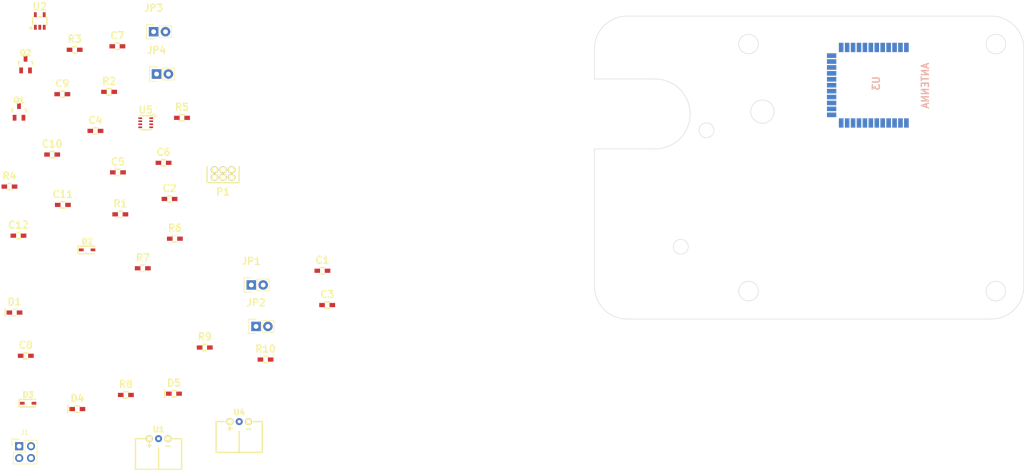
<source format=kicad_pcb>
(kicad_pcb (version 4) (host pcbnew 4.0.0-rc1-stable)

  (general
    (links 80)
    (no_connects 80)
    (area 20.899999 24.289999 183.015001 162.895001)
    (thickness 1.6)
    (drawings 19)
    (tracks 0)
    (zones 0)
    (modules 40)
    (nets 26)
  )

  (page A4)
  (layers
    (0 F.Cu signal)
    (31 B.Cu signal)
    (32 B.Adhes user)
    (33 F.Adhes user)
    (34 B.Paste user)
    (35 F.Paste user)
    (36 B.SilkS user)
    (37 F.SilkS user)
    (38 B.Mask user)
    (39 F.Mask user)
    (40 Dwgs.User user)
    (41 Cmts.User user)
    (42 Eco1.User user)
    (43 Eco2.User user)
    (44 Edge.Cuts user)
    (45 Margin user)
    (46 B.CrtYd user)
    (47 F.CrtYd user)
    (48 B.Fab user)
    (49 F.Fab user)
  )

  (setup
    (last_trace_width 0.25)
    (trace_clearance 0.2)
    (zone_clearance 0.508)
    (zone_45_only no)
    (trace_min 0.2)
    (segment_width 0.15)
    (edge_width 0.15)
    (via_size 0.6)
    (via_drill 0.4)
    (via_min_size 0.4)
    (via_min_drill 0.3)
    (uvia_size 0.3)
    (uvia_drill 0.1)
    (uvias_allowed no)
    (uvia_min_size 0.2)
    (uvia_min_drill 0.1)
    (pcb_text_width 0.3)
    (pcb_text_size 1.5 1.5)
    (mod_edge_width 0.15)
    (mod_text_size 1 1)
    (mod_text_width 0.15)
    (pad_size 1.524 1.524)
    (pad_drill 0.762)
    (pad_to_mask_clearance 0.2)
    (aux_axis_origin 0 0)
    (visible_elements 7FFFF7FF)
    (pcbplotparams
      (layerselection 0x00030_80000001)
      (usegerberextensions false)
      (excludeedgelayer true)
      (linewidth 0.100000)
      (plotframeref false)
      (viasonmask false)
      (mode 1)
      (useauxorigin false)
      (hpglpennumber 1)
      (hpglpenspeed 20)
      (hpglpendiameter 15)
      (hpglpenoverlay 2)
      (psnegative false)
      (psa4output false)
      (plotreference true)
      (plotvalue true)
      (plotinvisibletext false)
      (padsonsilk false)
      (subtractmaskfromsilk false)
      (outputformat 1)
      (mirror false)
      (drillshape 1)
      (scaleselection 1)
      (outputdirectory ""))
  )

  (net 0 "")
  (net 1 +3V3)
  (net 2 GND)
  (net 3 +5V)
  (net 4 "Net-(C6-Pad1)")
  (net 5 "Net-(C9-Pad1)")
  (net 6 "Net-(C10-Pad1)")
  (net 7 "Net-(D1-Pad2)")
  (net 8 "Net-(D2-Pad2)")
  (net 9 "Net-(D3-Pad2)")
  (net 10 "Net-(D4-Pad1)")
  (net 11 "Net-(D4-Pad2)")
  (net 12 "Net-(D5-Pad1)")
  (net 13 "Net-(D5-Pad2)")
  (net 14 TMS)
  (net 15 TCK)
  (net 16 "Net-(JP1-Pad2)")
  (net 17 GEIGER0)
  (net 18 "Net-(JP3-Pad1)")
  (net 19 GEIGER1)
  (net 20 "Net-(Q1-Pad1)")
  (net 21 "Net-(Q2-Pad1)")
  (net 22 LED-RED)
  (net 23 TWI-SDA)
  (net 24 TWI-SCL)
  (net 25 "Net-(R1-Pad2)")

  (net_class Default "This is the default net class."
    (clearance 0.2)
    (trace_width 0.25)
    (via_dia 0.6)
    (via_drill 0.4)
    (uvia_dia 0.3)
    (uvia_drill 0.1)
    (add_net +3V3)
    (add_net +5V)
    (add_net GEIGER0)
    (add_net GEIGER1)
    (add_net GND)
    (add_net LED-RED)
    (add_net "Net-(C10-Pad1)")
    (add_net "Net-(C6-Pad1)")
    (add_net "Net-(C9-Pad1)")
    (add_net "Net-(D1-Pad2)")
    (add_net "Net-(D2-Pad2)")
    (add_net "Net-(D3-Pad2)")
    (add_net "Net-(D4-Pad1)")
    (add_net "Net-(D4-Pad2)")
    (add_net "Net-(D5-Pad1)")
    (add_net "Net-(D5-Pad2)")
    (add_net "Net-(JP1-Pad2)")
    (add_net "Net-(JP3-Pad1)")
    (add_net "Net-(Q1-Pad1)")
    (add_net "Net-(Q2-Pad1)")
    (add_net "Net-(R1-Pad2)")
    (add_net TCK)
    (add_net TMS)
    (add_net TWI-SCL)
    (add_net TWI-SDA)
  )

  (module 0603_handsolder:0603_HandSoldering (layer F.Cu) (tedit 587F2EE4) (tstamp 5885F2E4)
    (at 90.19 94.64)
    (descr "SMD 0603, hand soldering")
    (tags 0603)
    (path /588237FA)
    (attr smd)
    (fp_text reference C1 (at 0 -2.29) (layer F.SilkS)
      (effects (font (size 1.5 1.5) (thickness 0.3)))
    )
    (fp_text value 100nF (at 0 1.9) (layer F.Fab)
      (effects (font (size 1 1) (thickness 0.15)))
    )
    (fp_line (start -0.8 0.4) (end -0.8 -0.4) (layer F.Fab) (width 0.1))
    (fp_line (start 0.8 0.4) (end -0.8 0.4) (layer F.Fab) (width 0.1))
    (fp_line (start 0.8 -0.4) (end 0.8 0.4) (layer F.Fab) (width 0.1))
    (fp_line (start -0.8 -0.4) (end 0.8 -0.4) (layer F.Fab) (width 0.1))
    (fp_line (start -2 -0.8) (end 2 -0.8) (layer F.CrtYd) (width 0.05))
    (fp_line (start -2 0.8) (end 2 0.8) (layer F.CrtYd) (width 0.05))
    (fp_line (start -2 -0.8) (end -2 0.8) (layer F.CrtYd) (width 0.05))
    (fp_line (start 2 -0.8) (end 2 0.8) (layer F.CrtYd) (width 0.05))
    (fp_line (start 0.5 0.675) (end -0.5 0.675) (layer F.SilkS) (width 0.3))
    (fp_line (start -0.5 -0.675) (end 0.5 -0.675) (layer F.SilkS) (width 0.3))
    (pad 1 smd rect (at -1.1 0) (size 1.2 0.9) (layers F.Cu F.Paste F.Mask)
      (net 1 +3V3))
    (pad 2 smd rect (at 1.1 0) (size 1.2 0.9) (layers F.Cu F.Paste F.Mask)
      (net 2 GND))
    (model Resistors_SMD.3dshapes/R_0603_HandSoldering.wrl
      (at (xyz 0 0 0))
      (scale (xyz 1 1 1))
      (rotate (xyz 0 0 0))
    )
  )

  (module 0603_handsolder:0603_HandSoldering (layer F.Cu) (tedit 587F2EE4) (tstamp 5885F2F4)
    (at 57.425 79.24)
    (descr "SMD 0603, hand soldering")
    (tags 0603)
    (path /5881861D)
    (attr smd)
    (fp_text reference C2 (at 0 -2.29) (layer F.SilkS)
      (effects (font (size 1.5 1.5) (thickness 0.3)))
    )
    (fp_text value 100nF (at 0 1.9) (layer F.Fab)
      (effects (font (size 1 1) (thickness 0.15)))
    )
    (fp_line (start -0.8 0.4) (end -0.8 -0.4) (layer F.Fab) (width 0.1))
    (fp_line (start 0.8 0.4) (end -0.8 0.4) (layer F.Fab) (width 0.1))
    (fp_line (start 0.8 -0.4) (end 0.8 0.4) (layer F.Fab) (width 0.1))
    (fp_line (start -0.8 -0.4) (end 0.8 -0.4) (layer F.Fab) (width 0.1))
    (fp_line (start -2 -0.8) (end 2 -0.8) (layer F.CrtYd) (width 0.05))
    (fp_line (start -2 0.8) (end 2 0.8) (layer F.CrtYd) (width 0.05))
    (fp_line (start -2 -0.8) (end -2 0.8) (layer F.CrtYd) (width 0.05))
    (fp_line (start 2 -0.8) (end 2 0.8) (layer F.CrtYd) (width 0.05))
    (fp_line (start 0.5 0.675) (end -0.5 0.675) (layer F.SilkS) (width 0.3))
    (fp_line (start -0.5 -0.675) (end 0.5 -0.675) (layer F.SilkS) (width 0.3))
    (pad 1 smd rect (at -1.1 0) (size 1.2 0.9) (layers F.Cu F.Paste F.Mask)
      (net 3 +5V))
    (pad 2 smd rect (at 1.1 0) (size 1.2 0.9) (layers F.Cu F.Paste F.Mask)
      (net 2 GND))
    (model Resistors_SMD.3dshapes/R_0603_HandSoldering.wrl
      (at (xyz 0 0 0))
      (scale (xyz 1 1 1))
      (rotate (xyz 0 0 0))
    )
  )

  (module 0603_handsolder:0603_HandSoldering (layer F.Cu) (tedit 587F2EE4) (tstamp 5885F304)
    (at 91.21 102)
    (descr "SMD 0603, hand soldering")
    (tags 0603)
    (path /58819179)
    (attr smd)
    (fp_text reference C3 (at 0 -2.29) (layer F.SilkS)
      (effects (font (size 1.5 1.5) (thickness 0.3)))
    )
    (fp_text value 10uF (at 0 1.9) (layer F.Fab)
      (effects (font (size 1 1) (thickness 0.15)))
    )
    (fp_line (start -0.8 0.4) (end -0.8 -0.4) (layer F.Fab) (width 0.1))
    (fp_line (start 0.8 0.4) (end -0.8 0.4) (layer F.Fab) (width 0.1))
    (fp_line (start 0.8 -0.4) (end 0.8 0.4) (layer F.Fab) (width 0.1))
    (fp_line (start -0.8 -0.4) (end 0.8 -0.4) (layer F.Fab) (width 0.1))
    (fp_line (start -2 -0.8) (end 2 -0.8) (layer F.CrtYd) (width 0.05))
    (fp_line (start -2 0.8) (end 2 0.8) (layer F.CrtYd) (width 0.05))
    (fp_line (start -2 -0.8) (end -2 0.8) (layer F.CrtYd) (width 0.05))
    (fp_line (start 2 -0.8) (end 2 0.8) (layer F.CrtYd) (width 0.05))
    (fp_line (start 0.5 0.675) (end -0.5 0.675) (layer F.SilkS) (width 0.3))
    (fp_line (start -0.5 -0.675) (end 0.5 -0.675) (layer F.SilkS) (width 0.3))
    (pad 1 smd rect (at -1.1 0) (size 1.2 0.9) (layers F.Cu F.Paste F.Mask)
      (net 3 +5V))
    (pad 2 smd rect (at 1.1 0) (size 1.2 0.9) (layers F.Cu F.Paste F.Mask)
      (net 2 GND))
    (model Resistors_SMD.3dshapes/R_0603_HandSoldering.wrl
      (at (xyz 0 0 0))
      (scale (xyz 1 1 1))
      (rotate (xyz 0 0 0))
    )
  )

  (module 0603_handsolder:0603_HandSoldering (layer F.Cu) (tedit 587F2EE4) (tstamp 5885F314)
    (at 41.55 64.64)
    (descr "SMD 0603, hand soldering")
    (tags 0603)
    (path /588238AF)
    (attr smd)
    (fp_text reference C4 (at 0 -2.29) (layer F.SilkS)
      (effects (font (size 1.5 1.5) (thickness 0.3)))
    )
    (fp_text value 100nF (at 0 1.9) (layer F.Fab)
      (effects (font (size 1 1) (thickness 0.15)))
    )
    (fp_line (start -0.8 0.4) (end -0.8 -0.4) (layer F.Fab) (width 0.1))
    (fp_line (start 0.8 0.4) (end -0.8 0.4) (layer F.Fab) (width 0.1))
    (fp_line (start 0.8 -0.4) (end 0.8 0.4) (layer F.Fab) (width 0.1))
    (fp_line (start -0.8 -0.4) (end 0.8 -0.4) (layer F.Fab) (width 0.1))
    (fp_line (start -2 -0.8) (end 2 -0.8) (layer F.CrtYd) (width 0.05))
    (fp_line (start -2 0.8) (end 2 0.8) (layer F.CrtYd) (width 0.05))
    (fp_line (start -2 -0.8) (end -2 0.8) (layer F.CrtYd) (width 0.05))
    (fp_line (start 2 -0.8) (end 2 0.8) (layer F.CrtYd) (width 0.05))
    (fp_line (start 0.5 0.675) (end -0.5 0.675) (layer F.SilkS) (width 0.3))
    (fp_line (start -0.5 -0.675) (end 0.5 -0.675) (layer F.SilkS) (width 0.3))
    (pad 1 smd rect (at -1.1 0) (size 1.2 0.9) (layers F.Cu F.Paste F.Mask)
      (net 1 +3V3))
    (pad 2 smd rect (at 1.1 0) (size 1.2 0.9) (layers F.Cu F.Paste F.Mask)
      (net 2 GND))
    (model Resistors_SMD.3dshapes/R_0603_HandSoldering.wrl
      (at (xyz 0 0 0))
      (scale (xyz 1 1 1))
      (rotate (xyz 0 0 0))
    )
  )

  (module 0603_handsolder:0603_HandSoldering (layer F.Cu) (tedit 587F2EE4) (tstamp 5885F324)
    (at 46.375 73.54)
    (descr "SMD 0603, hand soldering")
    (tags 0603)
    (path /5880C8AF)
    (attr smd)
    (fp_text reference C5 (at 0 -2.29) (layer F.SilkS)
      (effects (font (size 1.5 1.5) (thickness 0.3)))
    )
    (fp_text value 100nF (at 0 1.9) (layer F.Fab)
      (effects (font (size 1 1) (thickness 0.15)))
    )
    (fp_line (start -0.8 0.4) (end -0.8 -0.4) (layer F.Fab) (width 0.1))
    (fp_line (start 0.8 0.4) (end -0.8 0.4) (layer F.Fab) (width 0.1))
    (fp_line (start 0.8 -0.4) (end 0.8 0.4) (layer F.Fab) (width 0.1))
    (fp_line (start -0.8 -0.4) (end 0.8 -0.4) (layer F.Fab) (width 0.1))
    (fp_line (start -2 -0.8) (end 2 -0.8) (layer F.CrtYd) (width 0.05))
    (fp_line (start -2 0.8) (end 2 0.8) (layer F.CrtYd) (width 0.05))
    (fp_line (start -2 -0.8) (end -2 0.8) (layer F.CrtYd) (width 0.05))
    (fp_line (start 2 -0.8) (end 2 0.8) (layer F.CrtYd) (width 0.05))
    (fp_line (start 0.5 0.675) (end -0.5 0.675) (layer F.SilkS) (width 0.3))
    (fp_line (start -0.5 -0.675) (end 0.5 -0.675) (layer F.SilkS) (width 0.3))
    (pad 1 smd rect (at -1.1 0) (size 1.2 0.9) (layers F.Cu F.Paste F.Mask)
      (net 1 +3V3))
    (pad 2 smd rect (at 1.1 0) (size 1.2 0.9) (layers F.Cu F.Paste F.Mask)
      (net 2 GND))
    (model Resistors_SMD.3dshapes/R_0603_HandSoldering.wrl
      (at (xyz 0 0 0))
      (scale (xyz 1 1 1))
      (rotate (xyz 0 0 0))
    )
  )

  (module 0603_handsolder:0603_HandSoldering (layer F.Cu) (tedit 587F2EE4) (tstamp 5885F334)
    (at 56.15 71.49)
    (descr "SMD 0603, hand soldering")
    (tags 0603)
    (path /5880D854)
    (attr smd)
    (fp_text reference C6 (at 0 -2.29) (layer F.SilkS)
      (effects (font (size 1.5 1.5) (thickness 0.3)))
    )
    (fp_text value 10nF (at 0 1.9) (layer F.Fab)
      (effects (font (size 1 1) (thickness 0.15)))
    )
    (fp_line (start -0.8 0.4) (end -0.8 -0.4) (layer F.Fab) (width 0.1))
    (fp_line (start 0.8 0.4) (end -0.8 0.4) (layer F.Fab) (width 0.1))
    (fp_line (start 0.8 -0.4) (end 0.8 0.4) (layer F.Fab) (width 0.1))
    (fp_line (start -0.8 -0.4) (end 0.8 -0.4) (layer F.Fab) (width 0.1))
    (fp_line (start -2 -0.8) (end 2 -0.8) (layer F.CrtYd) (width 0.05))
    (fp_line (start -2 0.8) (end 2 0.8) (layer F.CrtYd) (width 0.05))
    (fp_line (start -2 -0.8) (end -2 0.8) (layer F.CrtYd) (width 0.05))
    (fp_line (start 2 -0.8) (end 2 0.8) (layer F.CrtYd) (width 0.05))
    (fp_line (start 0.5 0.675) (end -0.5 0.675) (layer F.SilkS) (width 0.3))
    (fp_line (start -0.5 -0.675) (end 0.5 -0.675) (layer F.SilkS) (width 0.3))
    (pad 1 smd rect (at -1.1 0) (size 1.2 0.9) (layers F.Cu F.Paste F.Mask)
      (net 4 "Net-(C6-Pad1)"))
    (pad 2 smd rect (at 1.1 0) (size 1.2 0.9) (layers F.Cu F.Paste F.Mask)
      (net 2 GND))
    (model Resistors_SMD.3dshapes/R_0603_HandSoldering.wrl
      (at (xyz 0 0 0))
      (scale (xyz 1 1 1))
      (rotate (xyz 0 0 0))
    )
  )

  (module 0603_handsolder:0603_HandSoldering (layer F.Cu) (tedit 587F2EE4) (tstamp 5885F344)
    (at 46.25 46.49)
    (descr "SMD 0603, hand soldering")
    (tags 0603)
    (path /5881A64D)
    (attr smd)
    (fp_text reference C7 (at 0 -2.29) (layer F.SilkS)
      (effects (font (size 1.5 1.5) (thickness 0.3)))
    )
    (fp_text value 100nF (at 0 1.9) (layer F.Fab)
      (effects (font (size 1 1) (thickness 0.15)))
    )
    (fp_line (start -0.8 0.4) (end -0.8 -0.4) (layer F.Fab) (width 0.1))
    (fp_line (start 0.8 0.4) (end -0.8 0.4) (layer F.Fab) (width 0.1))
    (fp_line (start 0.8 -0.4) (end 0.8 0.4) (layer F.Fab) (width 0.1))
    (fp_line (start -0.8 -0.4) (end 0.8 -0.4) (layer F.Fab) (width 0.1))
    (fp_line (start -2 -0.8) (end 2 -0.8) (layer F.CrtYd) (width 0.05))
    (fp_line (start -2 0.8) (end 2 0.8) (layer F.CrtYd) (width 0.05))
    (fp_line (start -2 -0.8) (end -2 0.8) (layer F.CrtYd) (width 0.05))
    (fp_line (start 2 -0.8) (end 2 0.8) (layer F.CrtYd) (width 0.05))
    (fp_line (start 0.5 0.675) (end -0.5 0.675) (layer F.SilkS) (width 0.3))
    (fp_line (start -0.5 -0.675) (end 0.5 -0.675) (layer F.SilkS) (width 0.3))
    (pad 1 smd rect (at -1.1 0) (size 1.2 0.9) (layers F.Cu F.Paste F.Mask)
      (net 1 +3V3))
    (pad 2 smd rect (at 1.1 0) (size 1.2 0.9) (layers F.Cu F.Paste F.Mask)
      (net 2 GND))
    (model Resistors_SMD.3dshapes/R_0603_HandSoldering.wrl
      (at (xyz 0 0 0))
      (scale (xyz 1 1 1))
      (rotate (xyz 0 0 0))
    )
  )

  (module 0603_handsolder:0603_HandSoldering (layer F.Cu) (tedit 587F2EE4) (tstamp 5885F354)
    (at 26.625 112.885)
    (descr "SMD 0603, hand soldering")
    (tags 0603)
    (path /5881A659)
    (attr smd)
    (fp_text reference C8 (at 0 -2.29) (layer F.SilkS)
      (effects (font (size 1.5 1.5) (thickness 0.3)))
    )
    (fp_text value 10uF (at 0 1.9) (layer F.Fab)
      (effects (font (size 1 1) (thickness 0.15)))
    )
    (fp_line (start -0.8 0.4) (end -0.8 -0.4) (layer F.Fab) (width 0.1))
    (fp_line (start 0.8 0.4) (end -0.8 0.4) (layer F.Fab) (width 0.1))
    (fp_line (start 0.8 -0.4) (end 0.8 0.4) (layer F.Fab) (width 0.1))
    (fp_line (start -0.8 -0.4) (end 0.8 -0.4) (layer F.Fab) (width 0.1))
    (fp_line (start -2 -0.8) (end 2 -0.8) (layer F.CrtYd) (width 0.05))
    (fp_line (start -2 0.8) (end 2 0.8) (layer F.CrtYd) (width 0.05))
    (fp_line (start -2 -0.8) (end -2 0.8) (layer F.CrtYd) (width 0.05))
    (fp_line (start 2 -0.8) (end 2 0.8) (layer F.CrtYd) (width 0.05))
    (fp_line (start 0.5 0.675) (end -0.5 0.675) (layer F.SilkS) (width 0.3))
    (fp_line (start -0.5 -0.675) (end 0.5 -0.675) (layer F.SilkS) (width 0.3))
    (pad 1 smd rect (at -1.1 0) (size 1.2 0.9) (layers F.Cu F.Paste F.Mask)
      (net 1 +3V3))
    (pad 2 smd rect (at 1.1 0) (size 1.2 0.9) (layers F.Cu F.Paste F.Mask)
      (net 2 GND))
    (model Resistors_SMD.3dshapes/R_0603_HandSoldering.wrl
      (at (xyz 0 0 0))
      (scale (xyz 1 1 1))
      (rotate (xyz 0 0 0))
    )
  )

  (module 0603_handsolder:0603_HandSoldering (layer F.Cu) (tedit 587F2EE4) (tstamp 5885F364)
    (at 34.45 56.765)
    (descr "SMD 0603, hand soldering")
    (tags 0603)
    (path /5880F4AF)
    (attr smd)
    (fp_text reference C9 (at 0 -2.29) (layer F.SilkS)
      (effects (font (size 1.5 1.5) (thickness 0.3)))
    )
    (fp_text value 100nF (at 0 1.9) (layer F.Fab)
      (effects (font (size 1 1) (thickness 0.15)))
    )
    (fp_line (start -0.8 0.4) (end -0.8 -0.4) (layer F.Fab) (width 0.1))
    (fp_line (start 0.8 0.4) (end -0.8 0.4) (layer F.Fab) (width 0.1))
    (fp_line (start 0.8 -0.4) (end 0.8 0.4) (layer F.Fab) (width 0.1))
    (fp_line (start -0.8 -0.4) (end 0.8 -0.4) (layer F.Fab) (width 0.1))
    (fp_line (start -2 -0.8) (end 2 -0.8) (layer F.CrtYd) (width 0.05))
    (fp_line (start -2 0.8) (end 2 0.8) (layer F.CrtYd) (width 0.05))
    (fp_line (start -2 -0.8) (end -2 0.8) (layer F.CrtYd) (width 0.05))
    (fp_line (start 2 -0.8) (end 2 0.8) (layer F.CrtYd) (width 0.05))
    (fp_line (start 0.5 0.675) (end -0.5 0.675) (layer F.SilkS) (width 0.3))
    (fp_line (start -0.5 -0.675) (end 0.5 -0.675) (layer F.SilkS) (width 0.3))
    (pad 1 smd rect (at -1.1 0) (size 1.2 0.9) (layers F.Cu F.Paste F.Mask)
      (net 5 "Net-(C9-Pad1)"))
    (pad 2 smd rect (at 1.1 0) (size 1.2 0.9) (layers F.Cu F.Paste F.Mask)
      (net 2 GND))
    (model Resistors_SMD.3dshapes/R_0603_HandSoldering.wrl
      (at (xyz 0 0 0))
      (scale (xyz 1 1 1))
      (rotate (xyz 0 0 0))
    )
  )

  (module 0603_handsolder:0603_HandSoldering (layer F.Cu) (tedit 587F2EE4) (tstamp 5885F374)
    (at 32.275 69.715)
    (descr "SMD 0603, hand soldering")
    (tags 0603)
    (path /5881D6E8)
    (attr smd)
    (fp_text reference C10 (at 0 -2.29) (layer F.SilkS)
      (effects (font (size 1.5 1.5) (thickness 0.3)))
    )
    (fp_text value 100nF (at 0 1.9) (layer F.Fab)
      (effects (font (size 1 1) (thickness 0.15)))
    )
    (fp_line (start -0.8 0.4) (end -0.8 -0.4) (layer F.Fab) (width 0.1))
    (fp_line (start 0.8 0.4) (end -0.8 0.4) (layer F.Fab) (width 0.1))
    (fp_line (start 0.8 -0.4) (end 0.8 0.4) (layer F.Fab) (width 0.1))
    (fp_line (start -0.8 -0.4) (end 0.8 -0.4) (layer F.Fab) (width 0.1))
    (fp_line (start -2 -0.8) (end 2 -0.8) (layer F.CrtYd) (width 0.05))
    (fp_line (start -2 0.8) (end 2 0.8) (layer F.CrtYd) (width 0.05))
    (fp_line (start -2 -0.8) (end -2 0.8) (layer F.CrtYd) (width 0.05))
    (fp_line (start 2 -0.8) (end 2 0.8) (layer F.CrtYd) (width 0.05))
    (fp_line (start 0.5 0.675) (end -0.5 0.675) (layer F.SilkS) (width 0.3))
    (fp_line (start -0.5 -0.675) (end 0.5 -0.675) (layer F.SilkS) (width 0.3))
    (pad 1 smd rect (at -1.1 0) (size 1.2 0.9) (layers F.Cu F.Paste F.Mask)
      (net 6 "Net-(C10-Pad1)"))
    (pad 2 smd rect (at 1.1 0) (size 1.2 0.9) (layers F.Cu F.Paste F.Mask)
      (net 2 GND))
    (model Resistors_SMD.3dshapes/R_0603_HandSoldering.wrl
      (at (xyz 0 0 0))
      (scale (xyz 1 1 1))
      (rotate (xyz 0 0 0))
    )
  )

  (module 0603_handsolder:0603_HandSoldering (layer F.Cu) (tedit 587F2EE4) (tstamp 5885F384)
    (at 34.575 80.515)
    (descr "SMD 0603, hand soldering")
    (tags 0603)
    (path /58812168)
    (attr smd)
    (fp_text reference C11 (at 0 -2.29) (layer F.SilkS)
      (effects (font (size 1.5 1.5) (thickness 0.3)))
    )
    (fp_text value 100nF (at 0 1.9) (layer F.Fab)
      (effects (font (size 1 1) (thickness 0.15)))
    )
    (fp_line (start -0.8 0.4) (end -0.8 -0.4) (layer F.Fab) (width 0.1))
    (fp_line (start 0.8 0.4) (end -0.8 0.4) (layer F.Fab) (width 0.1))
    (fp_line (start 0.8 -0.4) (end 0.8 0.4) (layer F.Fab) (width 0.1))
    (fp_line (start -0.8 -0.4) (end 0.8 -0.4) (layer F.Fab) (width 0.1))
    (fp_line (start -2 -0.8) (end 2 -0.8) (layer F.CrtYd) (width 0.05))
    (fp_line (start -2 0.8) (end 2 0.8) (layer F.CrtYd) (width 0.05))
    (fp_line (start -2 -0.8) (end -2 0.8) (layer F.CrtYd) (width 0.05))
    (fp_line (start 2 -0.8) (end 2 0.8) (layer F.CrtYd) (width 0.05))
    (fp_line (start 0.5 0.675) (end -0.5 0.675) (layer F.SilkS) (width 0.3))
    (fp_line (start -0.5 -0.675) (end 0.5 -0.675) (layer F.SilkS) (width 0.3))
    (pad 1 smd rect (at -1.1 0) (size 1.2 0.9) (layers F.Cu F.Paste F.Mask)
      (net 1 +3V3))
    (pad 2 smd rect (at 1.1 0) (size 1.2 0.9) (layers F.Cu F.Paste F.Mask)
      (net 2 GND))
    (model Resistors_SMD.3dshapes/R_0603_HandSoldering.wrl
      (at (xyz 0 0 0))
      (scale (xyz 1 1 1))
      (rotate (xyz 0 0 0))
    )
  )

  (module 0603_handsolder:0603_HandSoldering (layer F.Cu) (tedit 587F2EE4) (tstamp 5885F394)
    (at 25.05 87.115)
    (descr "SMD 0603, hand soldering")
    (tags 0603)
    (path /588117A1)
    (attr smd)
    (fp_text reference C12 (at 0 -2.29) (layer F.SilkS)
      (effects (font (size 1.5 1.5) (thickness 0.3)))
    )
    (fp_text value 100nF (at 0 1.9) (layer F.Fab)
      (effects (font (size 1 1) (thickness 0.15)))
    )
    (fp_line (start -0.8 0.4) (end -0.8 -0.4) (layer F.Fab) (width 0.1))
    (fp_line (start 0.8 0.4) (end -0.8 0.4) (layer F.Fab) (width 0.1))
    (fp_line (start 0.8 -0.4) (end 0.8 0.4) (layer F.Fab) (width 0.1))
    (fp_line (start -0.8 -0.4) (end 0.8 -0.4) (layer F.Fab) (width 0.1))
    (fp_line (start -2 -0.8) (end 2 -0.8) (layer F.CrtYd) (width 0.05))
    (fp_line (start -2 0.8) (end 2 0.8) (layer F.CrtYd) (width 0.05))
    (fp_line (start -2 -0.8) (end -2 0.8) (layer F.CrtYd) (width 0.05))
    (fp_line (start 2 -0.8) (end 2 0.8) (layer F.CrtYd) (width 0.05))
    (fp_line (start 0.5 0.675) (end -0.5 0.675) (layer F.SilkS) (width 0.3))
    (fp_line (start -0.5 -0.675) (end 0.5 -0.675) (layer F.SilkS) (width 0.3))
    (pad 1 smd rect (at -1.1 0) (size 1.2 0.9) (layers F.Cu F.Paste F.Mask)
      (net 1 +3V3))
    (pad 2 smd rect (at 1.1 0) (size 1.2 0.9) (layers F.Cu F.Paste F.Mask)
      (net 2 GND))
    (model Resistors_SMD.3dshapes/R_0603_HandSoldering.wrl
      (at (xyz 0 0 0))
      (scale (xyz 1 1 1))
      (rotate (xyz 0 0 0))
    )
  )

  (module 0603_handsolder:LED_0603_HandSoldering (layer F.Cu) (tedit 587F2ED1) (tstamp 5885F3A5)
    (at 24.2 103.61)
    (descr "LED SMD 0603, hand soldering")
    (tags "LED 0603")
    (path /5880B350)
    (attr smd)
    (fp_text reference D1 (at 0 -2.29) (layer F.SilkS)
      (effects (font (size 1.5 1.5) (thickness 0.3)))
    )
    (fp_text value LED (at 0 1.9) (layer F.Fab)
      (effects (font (size 1 1) (thickness 0.15)))
    )
    (fp_line (start -2 -0.8) (end -2 0.79) (layer F.SilkS) (width 0.3))
    (fp_line (start -0.8 0.4) (end -0.8 -0.4) (layer F.Fab) (width 0.1))
    (fp_line (start 0.8 0.4) (end -0.8 0.4) (layer F.Fab) (width 0.1))
    (fp_line (start 0.8 -0.4) (end 0.8 0.4) (layer F.Fab) (width 0.1))
    (fp_line (start -0.8 -0.4) (end 0.8 -0.4) (layer F.Fab) (width 0.1))
    (fp_line (start -2 -0.8) (end 2 -0.8) (layer F.CrtYd) (width 0.05))
    (fp_line (start -2 0.8) (end 2 0.8) (layer F.CrtYd) (width 0.05))
    (fp_line (start -2 -0.8) (end -2 0.8) (layer F.CrtYd) (width 0.05))
    (fp_line (start 2 -0.8) (end 2 0.8) (layer F.CrtYd) (width 0.05))
    (fp_line (start 0.5 0.675) (end -0.5 0.675) (layer F.SilkS) (width 0.3))
    (fp_line (start -0.5 -0.675) (end 0.5 -0.675) (layer F.SilkS) (width 0.3))
    (pad 1 smd rect (at -1.1 0) (size 1.2 0.9) (layers F.Cu F.Paste F.Mask)
      (net 2 GND))
    (pad 2 smd rect (at 1.1 0) (size 1.2 0.9) (layers F.Cu F.Paste F.Mask)
      (net 7 "Net-(D1-Pad2)"))
    (model Resistors_SMD.3dshapes/R_0603_HandSoldering.wrl
      (at (xyz 0 0 0))
      (scale (xyz 1 1 1))
      (rotate (xyz 0 0 0))
    )
  )

  (module SOD-323_standard:SOD-323 (layer F.Cu) (tedit 5706ACFF) (tstamp 5885F3B9)
    (at 39.775 90.165)
    (descr SOD-323)
    (tags SOD-323)
    (path /5880BD6B)
    (attr smd)
    (fp_text reference D2 (at 0 -1.8) (layer F.SilkS)
      (effects (font (size 1.2 1.2) (thickness 0.3)))
    )
    (fp_text value 1N4148 (at 0.1 1.9) (layer F.Fab) hide
      (effects (font (size 1 1) (thickness 0.15)))
    )
    (fp_line (start 1.2 0.8) (end 1.55 0.8) (layer F.SilkS) (width 0.3))
    (fp_line (start 1.2 -0.8) (end 1.6 -0.8) (layer F.SilkS) (width 0.3))
    (fp_line (start -1.95 0) (end -1.95 0.75) (layer F.SilkS) (width 0.3))
    (fp_line (start -1.95 0.75) (end -1.95 0.8) (layer F.SilkS) (width 0.3))
    (fp_line (start -1.95 0.8) (end -1.2 0.8) (layer F.SilkS) (width 0.3))
    (fp_line (start -1.95 0) (end -1.95 -0.8) (layer F.SilkS) (width 0.3))
    (fp_line (start -1.95 -0.8) (end -1.85 -0.8) (layer F.SilkS) (width 0.3))
    (fp_line (start -1.2 -0.8) (end -1.85 -0.8) (layer F.SilkS) (width 0.3))
    (fp_line (start -1.5 -0.95) (end 1.5 -0.95) (layer F.CrtYd) (width 0.05))
    (fp_line (start 1.5 -0.95) (end 1.5 0.95) (layer F.CrtYd) (width 0.05))
    (fp_line (start -1.5 0.95) (end 1.5 0.95) (layer F.CrtYd) (width 0.05))
    (fp_line (start -1.5 -0.95) (end -1.5 0.95) (layer F.CrtYd) (width 0.05))
    (fp_line (start -1.2 0.8) (end 1.2 0.8) (layer F.SilkS) (width 0.3))
    (fp_line (start -1.2 -0.8) (end 1.2 -0.8) (layer F.SilkS) (width 0.3))
    (pad 1 smd rect (at -1.25 0) (size 1 0.6) (layers F.Cu F.Paste F.Mask)
      (net 5 "Net-(C9-Pad1)"))
    (pad 2 smd rect (at 1.25 0) (size 1 0.6) (layers F.Cu F.Paste F.Mask)
      (net 8 "Net-(D2-Pad2)"))
  )

  (module SOD-323_standard:SOD-323 (layer F.Cu) (tedit 5706ACFF) (tstamp 5885F3CD)
    (at 27.125 123.06)
    (descr SOD-323)
    (tags SOD-323)
    (path /5881D6DB)
    (attr smd)
    (fp_text reference D3 (at 0 -1.8) (layer F.SilkS)
      (effects (font (size 1.2 1.2) (thickness 0.3)))
    )
    (fp_text value 1N4148 (at 0.1 1.9) (layer F.Fab) hide
      (effects (font (size 1 1) (thickness 0.15)))
    )
    (fp_line (start 1.2 0.8) (end 1.55 0.8) (layer F.SilkS) (width 0.3))
    (fp_line (start 1.2 -0.8) (end 1.6 -0.8) (layer F.SilkS) (width 0.3))
    (fp_line (start -1.95 0) (end -1.95 0.75) (layer F.SilkS) (width 0.3))
    (fp_line (start -1.95 0.75) (end -1.95 0.8) (layer F.SilkS) (width 0.3))
    (fp_line (start -1.95 0.8) (end -1.2 0.8) (layer F.SilkS) (width 0.3))
    (fp_line (start -1.95 0) (end -1.95 -0.8) (layer F.SilkS) (width 0.3))
    (fp_line (start -1.95 -0.8) (end -1.85 -0.8) (layer F.SilkS) (width 0.3))
    (fp_line (start -1.2 -0.8) (end -1.85 -0.8) (layer F.SilkS) (width 0.3))
    (fp_line (start -1.5 -0.95) (end 1.5 -0.95) (layer F.CrtYd) (width 0.05))
    (fp_line (start 1.5 -0.95) (end 1.5 0.95) (layer F.CrtYd) (width 0.05))
    (fp_line (start -1.5 0.95) (end 1.5 0.95) (layer F.CrtYd) (width 0.05))
    (fp_line (start -1.5 -0.95) (end -1.5 0.95) (layer F.CrtYd) (width 0.05))
    (fp_line (start -1.2 0.8) (end 1.2 0.8) (layer F.SilkS) (width 0.3))
    (fp_line (start -1.2 -0.8) (end 1.2 -0.8) (layer F.SilkS) (width 0.3))
    (pad 1 smd rect (at -1.25 0) (size 1 0.6) (layers F.Cu F.Paste F.Mask)
      (net 6 "Net-(C10-Pad1)"))
    (pad 2 smd rect (at 1.25 0) (size 1 0.6) (layers F.Cu F.Paste F.Mask)
      (net 9 "Net-(D3-Pad2)"))
  )

  (module 0603_handsolder:LED_0603_HandSoldering (layer F.Cu) (tedit 587F2ED1) (tstamp 5885F3DE)
    (at 37.675 124.31)
    (descr "LED SMD 0603, hand soldering")
    (tags "LED 0603")
    (path /58812D1B)
    (attr smd)
    (fp_text reference D4 (at 0 -2.29) (layer F.SilkS)
      (effects (font (size 1.5 1.5) (thickness 0.3)))
    )
    (fp_text value LED (at 0 1.9) (layer F.Fab)
      (effects (font (size 1 1) (thickness 0.15)))
    )
    (fp_line (start -2 -0.8) (end -2 0.79) (layer F.SilkS) (width 0.3))
    (fp_line (start -0.8 0.4) (end -0.8 -0.4) (layer F.Fab) (width 0.1))
    (fp_line (start 0.8 0.4) (end -0.8 0.4) (layer F.Fab) (width 0.1))
    (fp_line (start 0.8 -0.4) (end 0.8 0.4) (layer F.Fab) (width 0.1))
    (fp_line (start -0.8 -0.4) (end 0.8 -0.4) (layer F.Fab) (width 0.1))
    (fp_line (start -2 -0.8) (end 2 -0.8) (layer F.CrtYd) (width 0.05))
    (fp_line (start -2 0.8) (end 2 0.8) (layer F.CrtYd) (width 0.05))
    (fp_line (start -2 -0.8) (end -2 0.8) (layer F.CrtYd) (width 0.05))
    (fp_line (start 2 -0.8) (end 2 0.8) (layer F.CrtYd) (width 0.05))
    (fp_line (start 0.5 0.675) (end -0.5 0.675) (layer F.SilkS) (width 0.3))
    (fp_line (start -0.5 -0.675) (end 0.5 -0.675) (layer F.SilkS) (width 0.3))
    (pad 1 smd rect (at -1.1 0) (size 1.2 0.9) (layers F.Cu F.Paste F.Mask)
      (net 10 "Net-(D4-Pad1)"))
    (pad 2 smd rect (at 1.1 0) (size 1.2 0.9) (layers F.Cu F.Paste F.Mask)
      (net 11 "Net-(D4-Pad2)"))
    (model Resistors_SMD.3dshapes/R_0603_HandSoldering.wrl
      (at (xyz 0 0 0))
      (scale (xyz 1 1 1))
      (rotate (xyz 0 0 0))
    )
  )

  (module 0603_handsolder:LED_0603_HandSoldering (layer F.Cu) (tedit 587F2ED1) (tstamp 5885F3EF)
    (at 58.375 121.01)
    (descr "LED SMD 0603, hand soldering")
    (tags "LED 0603")
    (path /5881D709)
    (attr smd)
    (fp_text reference D5 (at 0 -2.29) (layer F.SilkS)
      (effects (font (size 1.5 1.5) (thickness 0.3)))
    )
    (fp_text value LED (at 0 1.9) (layer F.Fab)
      (effects (font (size 1 1) (thickness 0.15)))
    )
    (fp_line (start -2 -0.8) (end -2 0.79) (layer F.SilkS) (width 0.3))
    (fp_line (start -0.8 0.4) (end -0.8 -0.4) (layer F.Fab) (width 0.1))
    (fp_line (start 0.8 0.4) (end -0.8 0.4) (layer F.Fab) (width 0.1))
    (fp_line (start 0.8 -0.4) (end 0.8 0.4) (layer F.Fab) (width 0.1))
    (fp_line (start -0.8 -0.4) (end 0.8 -0.4) (layer F.Fab) (width 0.1))
    (fp_line (start -2 -0.8) (end 2 -0.8) (layer F.CrtYd) (width 0.05))
    (fp_line (start -2 0.8) (end 2 0.8) (layer F.CrtYd) (width 0.05))
    (fp_line (start -2 -0.8) (end -2 0.8) (layer F.CrtYd) (width 0.05))
    (fp_line (start 2 -0.8) (end 2 0.8) (layer F.CrtYd) (width 0.05))
    (fp_line (start 0.5 0.675) (end -0.5 0.675) (layer F.SilkS) (width 0.3))
    (fp_line (start -0.5 -0.675) (end 0.5 -0.675) (layer F.SilkS) (width 0.3))
    (pad 1 smd rect (at -1.1 0) (size 1.2 0.9) (layers F.Cu F.Paste F.Mask)
      (net 12 "Net-(D5-Pad1)"))
    (pad 2 smd rect (at 1.1 0) (size 1.2 0.9) (layers F.Cu F.Paste F.Mask)
      (net 13 "Net-(D5-Pad2)"))
    (model Resistors_SMD.3dshapes/R_0603_HandSoldering.wrl
      (at (xyz 0 0 0))
      (scale (xyz 1 1 1))
      (rotate (xyz 0 0 0))
    )
  )

  (module Socket_Strips:Socket_Strip_Straight_1x02 (layer F.Cu) (tedit 5885F180) (tstamp 5885F40E)
    (at 74.95 97.69)
    (descr "Through hole socket strip")
    (tags "socket strip")
    (path /5880E3CD)
    (fp_text reference JP1 (at 0 -5.1) (layer F.SilkS)
      (effects (font (size 1.5 1.5) (thickness 0.3)))
    )
    (fp_text value JUMPER (at 0 -3.1) (layer F.Fab)
      (effects (font (size 1 1) (thickness 0.15)))
    )
    (fp_line (start -1.55 1.55) (end 0 1.55) (layer F.SilkS) (width 0.15))
    (fp_line (start 3.81 1.27) (end 1.27 1.27) (layer F.SilkS) (width 0.15))
    (fp_line (start -1.75 -1.75) (end -1.75 1.75) (layer F.CrtYd) (width 0.05))
    (fp_line (start 4.3 -1.75) (end 4.3 1.75) (layer F.CrtYd) (width 0.05))
    (fp_line (start -1.75 -1.75) (end 4.3 -1.75) (layer F.CrtYd) (width 0.05))
    (fp_line (start -1.75 1.75) (end 4.3 1.75) (layer F.CrtYd) (width 0.05))
    (fp_line (start 1.27 1.27) (end 1.27 -1.27) (layer F.SilkS) (width 0.15))
    (fp_line (start 0 -1.55) (end -1.55 -1.55) (layer F.SilkS) (width 0.15))
    (fp_line (start -1.55 -1.55) (end -1.55 1.55) (layer F.SilkS) (width 0.15))
    (fp_line (start 1.27 -1.27) (end 3.81 -1.27) (layer F.SilkS) (width 0.15))
    (fp_line (start 3.81 -1.27) (end 3.81 1.27) (layer F.SilkS) (width 0.15))
    (pad 1 thru_hole rect (at 0 0) (size 2.032 2.032) (drill 1.016) (layers *.Cu *.Mask)
      (net 15 TCK))
    (pad 2 thru_hole oval (at 2.54 0) (size 2.032 2.032) (drill 1.016) (layers *.Cu *.Mask)
      (net 16 "Net-(JP1-Pad2)"))
    (model Socket_Strips.3dshapes/Socket_Strip_Straight_1x02.wrl
      (at (xyz 0.05 0 0))
      (scale (xyz 1 1 1))
      (rotate (xyz 0 0 180))
    )
  )

  (module Socket_Strips:Socket_Strip_Straight_1x02 (layer F.Cu) (tedit 5885F18F) (tstamp 5885F41F)
    (at 75.97 106.58)
    (descr "Through hole socket strip")
    (tags "socket strip")
    (path /5880E7FF)
    (fp_text reference JP2 (at 0 -5.1) (layer F.SilkS)
      (effects (font (size 1.5 1.5) (thickness 0.3)))
    )
    (fp_text value JUMPER (at 0 -3.1) (layer F.Fab)
      (effects (font (size 1 1) (thickness 0.15)))
    )
    (fp_line (start -1.55 1.55) (end 0 1.55) (layer F.SilkS) (width 0.15))
    (fp_line (start 3.81 1.27) (end 1.27 1.27) (layer F.SilkS) (width 0.15))
    (fp_line (start -1.75 -1.75) (end -1.75 1.75) (layer F.CrtYd) (width 0.05))
    (fp_line (start 4.3 -1.75) (end 4.3 1.75) (layer F.CrtYd) (width 0.05))
    (fp_line (start -1.75 -1.75) (end 4.3 -1.75) (layer F.CrtYd) (width 0.05))
    (fp_line (start -1.75 1.75) (end 4.3 1.75) (layer F.CrtYd) (width 0.05))
    (fp_line (start 1.27 1.27) (end 1.27 -1.27) (layer F.SilkS) (width 0.15))
    (fp_line (start 0 -1.55) (end -1.55 -1.55) (layer F.SilkS) (width 0.15))
    (fp_line (start -1.55 -1.55) (end -1.55 1.55) (layer F.SilkS) (width 0.15))
    (fp_line (start 1.27 -1.27) (end 3.81 -1.27) (layer F.SilkS) (width 0.15))
    (fp_line (start 3.81 -1.27) (end 3.81 1.27) (layer F.SilkS) (width 0.15))
    (pad 1 thru_hole rect (at 0 0) (size 2.032 2.032) (drill 1.016) (layers *.Cu *.Mask)
      (net 17 GEIGER0))
    (pad 2 thru_hole oval (at 2.54 0) (size 2.032 2.032) (drill 1.016) (layers *.Cu *.Mask)
      (net 16 "Net-(JP1-Pad2)"))
    (model Socket_Strips.3dshapes/Socket_Strip_Straight_1x02.wrl
      (at (xyz 0.05 0 0))
      (scale (xyz 1 1 1))
      (rotate (xyz 0 0 180))
    )
  )

  (module Socket_Strips:Socket_Strip_Straight_1x02 (layer F.Cu) (tedit 5885F179) (tstamp 5885F430)
    (at 54.025 43.365)
    (descr "Through hole socket strip")
    (tags "socket strip")
    (path /5880F3BC)
    (fp_text reference JP3 (at 0 -5.1) (layer F.SilkS)
      (effects (font (size 1.5 1.5) (thickness 0.3)))
    )
    (fp_text value JUMPER (at 0 -3.1) (layer F.Fab)
      (effects (font (size 1 1) (thickness 0.15)))
    )
    (fp_line (start -1.55 1.55) (end 0 1.55) (layer F.SilkS) (width 0.15))
    (fp_line (start 3.81 1.27) (end 1.27 1.27) (layer F.SilkS) (width 0.15))
    (fp_line (start -1.75 -1.75) (end -1.75 1.75) (layer F.CrtYd) (width 0.05))
    (fp_line (start 4.3 -1.75) (end 4.3 1.75) (layer F.CrtYd) (width 0.05))
    (fp_line (start -1.75 -1.75) (end 4.3 -1.75) (layer F.CrtYd) (width 0.05))
    (fp_line (start -1.75 1.75) (end 4.3 1.75) (layer F.CrtYd) (width 0.05))
    (fp_line (start 1.27 1.27) (end 1.27 -1.27) (layer F.SilkS) (width 0.15))
    (fp_line (start 0 -1.55) (end -1.55 -1.55) (layer F.SilkS) (width 0.15))
    (fp_line (start -1.55 -1.55) (end -1.55 1.55) (layer F.SilkS) (width 0.15))
    (fp_line (start 1.27 -1.27) (end 3.81 -1.27) (layer F.SilkS) (width 0.15))
    (fp_line (start 3.81 -1.27) (end 3.81 1.27) (layer F.SilkS) (width 0.15))
    (pad 1 thru_hole rect (at 0 0) (size 2.032 2.032) (drill 1.016) (layers *.Cu *.Mask)
      (net 18 "Net-(JP3-Pad1)"))
    (pad 2 thru_hole oval (at 2.54 0) (size 2.032 2.032) (drill 1.016) (layers *.Cu *.Mask)
      (net 14 TMS))
    (model Socket_Strips.3dshapes/Socket_Strip_Straight_1x02.wrl
      (at (xyz 0.05 0 0))
      (scale (xyz 1 1 1))
      (rotate (xyz 0 0 180))
    )
  )

  (module Socket_Strips:Socket_Strip_Straight_1x02 (layer F.Cu) (tedit 5885F188) (tstamp 5885F441)
    (at 54.65 52.44)
    (descr "Through hole socket strip")
    (tags "socket strip")
    (path /5880F40D)
    (fp_text reference JP4 (at 0 -5.1) (layer F.SilkS)
      (effects (font (size 1.5 1.5) (thickness 0.3)))
    )
    (fp_text value JUMPER (at 0 -3.1) (layer F.Fab)
      (effects (font (size 1 1) (thickness 0.15)))
    )
    (fp_line (start -1.55 1.55) (end 0 1.55) (layer F.SilkS) (width 0.15))
    (fp_line (start 3.81 1.27) (end 1.27 1.27) (layer F.SilkS) (width 0.15))
    (fp_line (start -1.75 -1.75) (end -1.75 1.75) (layer F.CrtYd) (width 0.05))
    (fp_line (start 4.3 -1.75) (end 4.3 1.75) (layer F.CrtYd) (width 0.05))
    (fp_line (start -1.75 -1.75) (end 4.3 -1.75) (layer F.CrtYd) (width 0.05))
    (fp_line (start -1.75 1.75) (end 4.3 1.75) (layer F.CrtYd) (width 0.05))
    (fp_line (start 1.27 1.27) (end 1.27 -1.27) (layer F.SilkS) (width 0.15))
    (fp_line (start 0 -1.55) (end -1.55 -1.55) (layer F.SilkS) (width 0.15))
    (fp_line (start -1.55 -1.55) (end -1.55 1.55) (layer F.SilkS) (width 0.15))
    (fp_line (start 1.27 -1.27) (end 3.81 -1.27) (layer F.SilkS) (width 0.15))
    (fp_line (start 3.81 -1.27) (end 3.81 1.27) (layer F.SilkS) (width 0.15))
    (pad 1 thru_hole rect (at 0 0) (size 2.032 2.032) (drill 1.016) (layers *.Cu *.Mask)
      (net 18 "Net-(JP3-Pad1)"))
    (pad 2 thru_hole oval (at 2.54 0) (size 2.032 2.032) (drill 1.016) (layers *.Cu *.Mask)
      (net 19 GEIGER1))
    (model Socket_Strips.3dshapes/Socket_Strip_Straight_1x02.wrl
      (at (xyz 0.05 0 0))
      (scale (xyz 1 1 1))
      (rotate (xyz 0 0 180))
    )
  )

  (module DCP-USBCB-SC:DCP-USBCB-SC (layer F.Cu) (tedit 58807417) (tstamp 5885F452)
    (at 68.9 73.79 180)
    (path /588089FF)
    (fp_text reference P1 (at 0 -3.91 180) (layer F.SilkS)
      (effects (font (size 1.5 1.5) (thickness 0.3)))
    )
    (fp_text value USB_OTG (at 0 3.91 180) (layer F.Fab)
      (effects (font (size 1 1) (thickness 0.15)))
    )
    (fp_line (start -3.43 1.955) (end 3.43 1.955) (layer Cmts.User) (width 0.3))
    (fp_line (start 0 3.91) (end 0 7.82) (layer Cmts.User) (width 0.3))
    (fp_line (start 0 7.82) (end -3.43 5.865) (layer Cmts.User) (width 0.3))
    (fp_line (start 0 7.82) (end 3.43 5.865) (layer Cmts.User) (width 0.3))
    (fp_line (start -3.43 -1.955) (end -3.43 1.5) (layer F.SilkS) (width 0.3))
    (fp_line (start 3.43 1.5) (end 3.43 -1.955) (layer F.SilkS) (width 0.3))
    (fp_line (start 3.43 -1.955) (end -3.43 -1.955) (layer F.SilkS) (width 0.3))
    (pad 1 thru_hole oval (at -1.83 -0.8 180) (size 1.6 1.4) (drill 0.86) (layers *.Cu *.Mask F.SilkS)
      (net 3 +5V))
    (pad 2 thru_hole oval (at -1.83 0.8 180) (size 1.6 1.4) (drill 0.86) (layers *.Cu *.Mask F.SilkS)
      (net 16 "Net-(JP1-Pad2)"))
    (pad 3 thru_hole oval (at 0 0.8 180) (size 1.6 1.4) (drill 0.86) (layers *.Cu *.Mask F.SilkS)
      (net 18 "Net-(JP3-Pad1)"))
    (pad 6 thru_hole oval (at 1.83 0.8 180) (size 1.6 1.4) (drill 0.86) (layers *.Cu *.Mask F.SilkS))
    (pad 5 thru_hole oval (at 1.83 -0.8 180) (size 1.6 1.4) (drill 0.86) (layers *.Cu *.Mask F.SilkS)
      (net 2 GND))
    (pad 4 thru_hole oval (at 0 -0.8 180) (size 1.6 1.4) (drill 0.86) (layers *.Cu *.Mask F.SilkS))
  )

  (module sot_32_standard:SOT-23 (layer F.Cu) (tedit 57066ACE) (tstamp 5885F462)
    (at 25.175 60.565)
    (descr "SOT-23, Standard")
    (tags SOT-23)
    (path /58815AE3)
    (attr smd)
    (fp_text reference Q1 (at 0 -2.5) (layer F.SilkS)
      (effects (font (size 1.2 1.2) (thickness 0.3)))
    )
    (fp_text value BC847C (at 0 2.5) (layer F.Fab) hide
      (effects (font (size 1 1) (thickness 0.15)))
    )
    (fp_line (start -1.65 -1.6) (end 1.65 -1.6) (layer F.CrtYd) (width 0.05))
    (fp_line (start 1.65 -1.6) (end 1.65 1.6) (layer F.CrtYd) (width 0.05))
    (fp_line (start 1.65 1.6) (end -1.65 1.6) (layer F.CrtYd) (width 0.05))
    (fp_line (start -1.65 1.6) (end -1.65 -1.6) (layer F.CrtYd) (width 0.05))
    (fp_line (start 1.29916 -0.65024) (end 1.2509 -0.65024) (layer F.SilkS) (width 0.3))
    (fp_line (start -1.49982 0.0508) (end -1.49982 -0.65024) (layer F.SilkS) (width 0.3))
    (fp_line (start -1.49982 -0.65024) (end -1.2509 -0.65024) (layer F.SilkS) (width 0.3))
    (fp_line (start 1.29916 -0.65024) (end 1.49982 -0.65024) (layer F.SilkS) (width 0.3))
    (fp_line (start 1.49982 -0.65024) (end 1.49982 0.0508) (layer F.SilkS) (width 0.3))
    (pad 1 smd rect (at -0.95 1.25) (size 0.8001 1.25) (layers F.Cu F.Paste F.Mask)
      (net 20 "Net-(Q1-Pad1)"))
    (pad 2 smd rect (at 0.95 1.25) (size 0.8001 1.25) (layers F.Cu F.Paste F.Mask)
      (net 2 GND))
    (pad 3 smd rect (at 0 -1.25) (size 0.8001 1.25) (layers F.Cu F.Paste F.Mask)
      (net 10 "Net-(D4-Pad1)"))
    (model TO_SOT_Packages_SMD.3dshapes/SOT-23.wrl
      (at (xyz 0 0 0))
      (scale (xyz 1 1 1))
      (rotate (xyz 0 0 0))
    )
  )

  (module sot_32_standard:SOT-23 (layer F.Cu) (tedit 57066ACE) (tstamp 5885F472)
    (at 26.575 50.415)
    (descr "SOT-23, Standard")
    (tags SOT-23)
    (path /5881D70F)
    (attr smd)
    (fp_text reference Q2 (at 0 -2.5) (layer F.SilkS)
      (effects (font (size 1.2 1.2) (thickness 0.3)))
    )
    (fp_text value BC847C (at 0 2.5) (layer F.Fab) hide
      (effects (font (size 1 1) (thickness 0.15)))
    )
    (fp_line (start -1.65 -1.6) (end 1.65 -1.6) (layer F.CrtYd) (width 0.05))
    (fp_line (start 1.65 -1.6) (end 1.65 1.6) (layer F.CrtYd) (width 0.05))
    (fp_line (start 1.65 1.6) (end -1.65 1.6) (layer F.CrtYd) (width 0.05))
    (fp_line (start -1.65 1.6) (end -1.65 -1.6) (layer F.CrtYd) (width 0.05))
    (fp_line (start 1.29916 -0.65024) (end 1.2509 -0.65024) (layer F.SilkS) (width 0.3))
    (fp_line (start -1.49982 0.0508) (end -1.49982 -0.65024) (layer F.SilkS) (width 0.3))
    (fp_line (start -1.49982 -0.65024) (end -1.2509 -0.65024) (layer F.SilkS) (width 0.3))
    (fp_line (start 1.29916 -0.65024) (end 1.49982 -0.65024) (layer F.SilkS) (width 0.3))
    (fp_line (start 1.49982 -0.65024) (end 1.49982 0.0508) (layer F.SilkS) (width 0.3))
    (pad 1 smd rect (at -0.95 1.25) (size 0.8001 1.25) (layers F.Cu F.Paste F.Mask)
      (net 21 "Net-(Q2-Pad1)"))
    (pad 2 smd rect (at 0.95 1.25) (size 0.8001 1.25) (layers F.Cu F.Paste F.Mask)
      (net 2 GND))
    (pad 3 smd rect (at 0 -1.25) (size 0.8001 1.25) (layers F.Cu F.Paste F.Mask)
      (net 12 "Net-(D5-Pad1)"))
    (model TO_SOT_Packages_SMD.3dshapes/SOT-23.wrl
      (at (xyz 0 0 0))
      (scale (xyz 1 1 1))
      (rotate (xyz 0 0 0))
    )
  )

  (module 0603_handsolder:0603_HandSoldering (layer F.Cu) (tedit 587F2EE4) (tstamp 5885F482)
    (at 46.875 82.54)
    (descr "SMD 0603, hand soldering")
    (tags 0603)
    (path /5881651E)
    (attr smd)
    (fp_text reference R1 (at 0 -2.29) (layer F.SilkS)
      (effects (font (size 1.5 1.5) (thickness 0.3)))
    )
    (fp_text value 10K (at 0 1.9) (layer F.Fab)
      (effects (font (size 1 1) (thickness 0.15)))
    )
    (fp_line (start -0.8 0.4) (end -0.8 -0.4) (layer F.Fab) (width 0.1))
    (fp_line (start 0.8 0.4) (end -0.8 0.4) (layer F.Fab) (width 0.1))
    (fp_line (start 0.8 -0.4) (end 0.8 0.4) (layer F.Fab) (width 0.1))
    (fp_line (start -0.8 -0.4) (end 0.8 -0.4) (layer F.Fab) (width 0.1))
    (fp_line (start -2 -0.8) (end 2 -0.8) (layer F.CrtYd) (width 0.05))
    (fp_line (start -2 0.8) (end 2 0.8) (layer F.CrtYd) (width 0.05))
    (fp_line (start -2 -0.8) (end -2 0.8) (layer F.CrtYd) (width 0.05))
    (fp_line (start 2 -0.8) (end 2 0.8) (layer F.CrtYd) (width 0.05))
    (fp_line (start 0.5 0.675) (end -0.5 0.675) (layer F.SilkS) (width 0.3))
    (fp_line (start -0.5 -0.675) (end 0.5 -0.675) (layer F.SilkS) (width 0.3))
    (pad 1 smd rect (at -1.1 0) (size 1.2 0.9) (layers F.Cu F.Paste F.Mask)
      (net 1 +3V3))
    (pad 2 smd rect (at 1.1 0) (size 1.2 0.9) (layers F.Cu F.Paste F.Mask)
      (net 25 "Net-(R1-Pad2)"))
    (model Resistors_SMD.3dshapes/R_0603_HandSoldering.wrl
      (at (xyz 0 0 0))
      (scale (xyz 1 1 1))
      (rotate (xyz 0 0 0))
    )
  )

  (module 0603_handsolder:0603_HandSoldering (layer F.Cu) (tedit 587F2EE4) (tstamp 5885F492)
    (at 44.475 56.265)
    (descr "SMD 0603, hand soldering")
    (tags 0603)
    (path /5880B457)
    (attr smd)
    (fp_text reference R2 (at 0 -2.29) (layer F.SilkS)
      (effects (font (size 1.5 1.5) (thickness 0.3)))
    )
    (fp_text value 100R (at 0 1.9) (layer F.Fab)
      (effects (font (size 1 1) (thickness 0.15)))
    )
    (fp_line (start -0.8 0.4) (end -0.8 -0.4) (layer F.Fab) (width 0.1))
    (fp_line (start 0.8 0.4) (end -0.8 0.4) (layer F.Fab) (width 0.1))
    (fp_line (start 0.8 -0.4) (end 0.8 0.4) (layer F.Fab) (width 0.1))
    (fp_line (start -0.8 -0.4) (end 0.8 -0.4) (layer F.Fab) (width 0.1))
    (fp_line (start -2 -0.8) (end 2 -0.8) (layer F.CrtYd) (width 0.05))
    (fp_line (start -2 0.8) (end 2 0.8) (layer F.CrtYd) (width 0.05))
    (fp_line (start -2 -0.8) (end -2 0.8) (layer F.CrtYd) (width 0.05))
    (fp_line (start 2 -0.8) (end 2 0.8) (layer F.CrtYd) (width 0.05))
    (fp_line (start 0.5 0.675) (end -0.5 0.675) (layer F.SilkS) (width 0.3))
    (fp_line (start -0.5 -0.675) (end 0.5 -0.675) (layer F.SilkS) (width 0.3))
    (pad 1 smd rect (at -1.1 0) (size 1.2 0.9) (layers F.Cu F.Paste F.Mask)
      (net 7 "Net-(D1-Pad2)"))
    (pad 2 smd rect (at 1.1 0) (size 1.2 0.9) (layers F.Cu F.Paste F.Mask)
      (net 22 LED-RED))
    (model Resistors_SMD.3dshapes/R_0603_HandSoldering.wrl
      (at (xyz 0 0 0))
      (scale (xyz 1 1 1))
      (rotate (xyz 0 0 0))
    )
  )

  (module 0603_handsolder:0603_HandSoldering (layer F.Cu) (tedit 587F2EE4) (tstamp 5885F4A2)
    (at 37.1 47.24)
    (descr "SMD 0603, hand soldering")
    (tags 0603)
    (path /5880DD4B)
    (attr smd)
    (fp_text reference R3 (at 0 -2.29) (layer F.SilkS)
      (effects (font (size 1.5 1.5) (thickness 0.3)))
    )
    (fp_text value 1K (at 0 1.9) (layer F.Fab)
      (effects (font (size 1 1) (thickness 0.15)))
    )
    (fp_line (start -0.8 0.4) (end -0.8 -0.4) (layer F.Fab) (width 0.1))
    (fp_line (start 0.8 0.4) (end -0.8 0.4) (layer F.Fab) (width 0.1))
    (fp_line (start 0.8 -0.4) (end 0.8 0.4) (layer F.Fab) (width 0.1))
    (fp_line (start -0.8 -0.4) (end 0.8 -0.4) (layer F.Fab) (width 0.1))
    (fp_line (start -2 -0.8) (end 2 -0.8) (layer F.CrtYd) (width 0.05))
    (fp_line (start -2 0.8) (end 2 0.8) (layer F.CrtYd) (width 0.05))
    (fp_line (start -2 -0.8) (end -2 0.8) (layer F.CrtYd) (width 0.05))
    (fp_line (start 2 -0.8) (end 2 0.8) (layer F.CrtYd) (width 0.05))
    (fp_line (start 0.5 0.675) (end -0.5 0.675) (layer F.SilkS) (width 0.3))
    (fp_line (start -0.5 -0.675) (end 0.5 -0.675) (layer F.SilkS) (width 0.3))
    (pad 1 smd rect (at -1.1 0) (size 1.2 0.9) (layers F.Cu F.Paste F.Mask)
      (net 17 GEIGER0))
    (pad 2 smd rect (at 1.1 0) (size 1.2 0.9) (layers F.Cu F.Paste F.Mask)
      (net 8 "Net-(D2-Pad2)"))
    (model Resistors_SMD.3dshapes/R_0603_HandSoldering.wrl
      (at (xyz 0 0 0))
      (scale (xyz 1 1 1))
      (rotate (xyz 0 0 0))
    )
  )

  (module 0603_handsolder:0603_HandSoldering (layer F.Cu) (tedit 587F2EE4) (tstamp 5885F4B2)
    (at 23.125 76.59)
    (descr "SMD 0603, hand soldering")
    (tags 0603)
    (path /5881D6E2)
    (attr smd)
    (fp_text reference R4 (at 0 -2.29) (layer F.SilkS)
      (effects (font (size 1.5 1.5) (thickness 0.3)))
    )
    (fp_text value 1K (at 0 1.9) (layer F.Fab)
      (effects (font (size 1 1) (thickness 0.15)))
    )
    (fp_line (start -0.8 0.4) (end -0.8 -0.4) (layer F.Fab) (width 0.1))
    (fp_line (start 0.8 0.4) (end -0.8 0.4) (layer F.Fab) (width 0.1))
    (fp_line (start 0.8 -0.4) (end 0.8 0.4) (layer F.Fab) (width 0.1))
    (fp_line (start -0.8 -0.4) (end 0.8 -0.4) (layer F.Fab) (width 0.1))
    (fp_line (start -2 -0.8) (end 2 -0.8) (layer F.CrtYd) (width 0.05))
    (fp_line (start -2 0.8) (end 2 0.8) (layer F.CrtYd) (width 0.05))
    (fp_line (start -2 -0.8) (end -2 0.8) (layer F.CrtYd) (width 0.05))
    (fp_line (start 2 -0.8) (end 2 0.8) (layer F.CrtYd) (width 0.05))
    (fp_line (start 0.5 0.675) (end -0.5 0.675) (layer F.SilkS) (width 0.3))
    (fp_line (start -0.5 -0.675) (end 0.5 -0.675) (layer F.SilkS) (width 0.3))
    (pad 1 smd rect (at -1.1 0) (size 1.2 0.9) (layers F.Cu F.Paste F.Mask)
      (net 17 GEIGER0))
    (pad 2 smd rect (at 1.1 0) (size 1.2 0.9) (layers F.Cu F.Paste F.Mask)
      (net 9 "Net-(D3-Pad2)"))
    (model Resistors_SMD.3dshapes/R_0603_HandSoldering.wrl
      (at (xyz 0 0 0))
      (scale (xyz 1 1 1))
      (rotate (xyz 0 0 0))
    )
  )

  (module 0603_handsolder:0603_HandSoldering (layer F.Cu) (tedit 587F2EE4) (tstamp 5885F4C2)
    (at 60.1 61.84)
    (descr "SMD 0603, hand soldering")
    (tags 0603)
    (path /58811745)
    (attr smd)
    (fp_text reference R5 (at 0 -2.29) (layer F.SilkS)
      (effects (font (size 1.5 1.5) (thickness 0.3)))
    )
    (fp_text value 100R (at 0 1.9) (layer F.Fab)
      (effects (font (size 1 1) (thickness 0.15)))
    )
    (fp_line (start -0.8 0.4) (end -0.8 -0.4) (layer F.Fab) (width 0.1))
    (fp_line (start 0.8 0.4) (end -0.8 0.4) (layer F.Fab) (width 0.1))
    (fp_line (start 0.8 -0.4) (end 0.8 0.4) (layer F.Fab) (width 0.1))
    (fp_line (start -0.8 -0.4) (end 0.8 -0.4) (layer F.Fab) (width 0.1))
    (fp_line (start -2 -0.8) (end 2 -0.8) (layer F.CrtYd) (width 0.05))
    (fp_line (start -2 0.8) (end 2 0.8) (layer F.CrtYd) (width 0.05))
    (fp_line (start -2 -0.8) (end -2 0.8) (layer F.CrtYd) (width 0.05))
    (fp_line (start 2 -0.8) (end 2 0.8) (layer F.CrtYd) (width 0.05))
    (fp_line (start 0.5 0.675) (end -0.5 0.675) (layer F.SilkS) (width 0.3))
    (fp_line (start -0.5 -0.675) (end 0.5 -0.675) (layer F.SilkS) (width 0.3))
    (pad 1 smd rect (at -1.1 0) (size 1.2 0.9) (layers F.Cu F.Paste F.Mask)
      (net 1 +3V3))
    (pad 2 smd rect (at 1.1 0) (size 1.2 0.9) (layers F.Cu F.Paste F.Mask)
      (net 11 "Net-(D4-Pad2)"))
    (model Resistors_SMD.3dshapes/R_0603_HandSoldering.wrl
      (at (xyz 0 0 0))
      (scale (xyz 1 1 1))
      (rotate (xyz 0 0 0))
    )
  )

  (module 0603_handsolder:0603_HandSoldering (layer F.Cu) (tedit 587F2EE4) (tstamp 5885F4D2)
    (at 58.575 87.765)
    (descr "SMD 0603, hand soldering")
    (tags 0603)
    (path /5881D6FD)
    (attr smd)
    (fp_text reference R6 (at 0 -2.29) (layer F.SilkS)
      (effects (font (size 1.5 1.5) (thickness 0.3)))
    )
    (fp_text value 100R (at 0 1.9) (layer F.Fab)
      (effects (font (size 1 1) (thickness 0.15)))
    )
    (fp_line (start -0.8 0.4) (end -0.8 -0.4) (layer F.Fab) (width 0.1))
    (fp_line (start 0.8 0.4) (end -0.8 0.4) (layer F.Fab) (width 0.1))
    (fp_line (start 0.8 -0.4) (end 0.8 0.4) (layer F.Fab) (width 0.1))
    (fp_line (start -0.8 -0.4) (end 0.8 -0.4) (layer F.Fab) (width 0.1))
    (fp_line (start -2 -0.8) (end 2 -0.8) (layer F.CrtYd) (width 0.05))
    (fp_line (start -2 0.8) (end 2 0.8) (layer F.CrtYd) (width 0.05))
    (fp_line (start -2 -0.8) (end -2 0.8) (layer F.CrtYd) (width 0.05))
    (fp_line (start 2 -0.8) (end 2 0.8) (layer F.CrtYd) (width 0.05))
    (fp_line (start 0.5 0.675) (end -0.5 0.675) (layer F.SilkS) (width 0.3))
    (fp_line (start -0.5 -0.675) (end 0.5 -0.675) (layer F.SilkS) (width 0.3))
    (pad 1 smd rect (at -1.1 0) (size 1.2 0.9) (layers F.Cu F.Paste F.Mask)
      (net 1 +3V3))
    (pad 2 smd rect (at 1.1 0) (size 1.2 0.9) (layers F.Cu F.Paste F.Mask)
      (net 13 "Net-(D5-Pad2)"))
    (model Resistors_SMD.3dshapes/R_0603_HandSoldering.wrl
      (at (xyz 0 0 0))
      (scale (xyz 1 1 1))
      (rotate (xyz 0 0 0))
    )
  )

  (module 0603_handsolder:0603_HandSoldering (layer F.Cu) (tedit 587F2EE4) (tstamp 5885F4E2)
    (at 51.7 94.115)
    (descr "SMD 0603, hand soldering")
    (tags 0603)
    (path /58811168)
    (attr smd)
    (fp_text reference R7 (at 0 -2.29) (layer F.SilkS)
      (effects (font (size 1.5 1.5) (thickness 0.3)))
    )
    (fp_text value 100K (at 0 1.9) (layer F.Fab)
      (effects (font (size 1 1) (thickness 0.15)))
    )
    (fp_line (start -0.8 0.4) (end -0.8 -0.4) (layer F.Fab) (width 0.1))
    (fp_line (start 0.8 0.4) (end -0.8 0.4) (layer F.Fab) (width 0.1))
    (fp_line (start 0.8 -0.4) (end 0.8 0.4) (layer F.Fab) (width 0.1))
    (fp_line (start -0.8 -0.4) (end 0.8 -0.4) (layer F.Fab) (width 0.1))
    (fp_line (start -2 -0.8) (end 2 -0.8) (layer F.CrtYd) (width 0.05))
    (fp_line (start -2 0.8) (end 2 0.8) (layer F.CrtYd) (width 0.05))
    (fp_line (start -2 -0.8) (end -2 0.8) (layer F.CrtYd) (width 0.05))
    (fp_line (start 2 -0.8) (end 2 0.8) (layer F.CrtYd) (width 0.05))
    (fp_line (start 0.5 0.675) (end -0.5 0.675) (layer F.SilkS) (width 0.3))
    (fp_line (start -0.5 -0.675) (end 0.5 -0.675) (layer F.SilkS) (width 0.3))
    (pad 1 smd rect (at -1.1 0) (size 1.2 0.9) (layers F.Cu F.Paste F.Mask)
      (net 5 "Net-(C9-Pad1)"))
    (pad 2 smd rect (at 1.1 0) (size 1.2 0.9) (layers F.Cu F.Paste F.Mask)
      (net 20 "Net-(Q1-Pad1)"))
    (model Resistors_SMD.3dshapes/R_0603_HandSoldering.wrl
      (at (xyz 0 0 0))
      (scale (xyz 1 1 1))
      (rotate (xyz 0 0 0))
    )
  )

  (module 0603_handsolder:0603_HandSoldering (layer F.Cu) (tedit 587F2EE4) (tstamp 5885F4F2)
    (at 48.075 121.285)
    (descr "SMD 0603, hand soldering")
    (tags 0603)
    (path /5881D6F7)
    (attr smd)
    (fp_text reference R8 (at 0 -2.29) (layer F.SilkS)
      (effects (font (size 1.5 1.5) (thickness 0.3)))
    )
    (fp_text value 100K (at 0 1.9) (layer F.Fab)
      (effects (font (size 1 1) (thickness 0.15)))
    )
    (fp_line (start -0.8 0.4) (end -0.8 -0.4) (layer F.Fab) (width 0.1))
    (fp_line (start 0.8 0.4) (end -0.8 0.4) (layer F.Fab) (width 0.1))
    (fp_line (start 0.8 -0.4) (end 0.8 0.4) (layer F.Fab) (width 0.1))
    (fp_line (start -0.8 -0.4) (end 0.8 -0.4) (layer F.Fab) (width 0.1))
    (fp_line (start -2 -0.8) (end 2 -0.8) (layer F.CrtYd) (width 0.05))
    (fp_line (start -2 0.8) (end 2 0.8) (layer F.CrtYd) (width 0.05))
    (fp_line (start -2 -0.8) (end -2 0.8) (layer F.CrtYd) (width 0.05))
    (fp_line (start 2 -0.8) (end 2 0.8) (layer F.CrtYd) (width 0.05))
    (fp_line (start 0.5 0.675) (end -0.5 0.675) (layer F.SilkS) (width 0.3))
    (fp_line (start -0.5 -0.675) (end 0.5 -0.675) (layer F.SilkS) (width 0.3))
    (pad 1 smd rect (at -1.1 0) (size 1.2 0.9) (layers F.Cu F.Paste F.Mask)
      (net 6 "Net-(C10-Pad1)"))
    (pad 2 smd rect (at 1.1 0) (size 1.2 0.9) (layers F.Cu F.Paste F.Mask)
      (net 21 "Net-(Q2-Pad1)"))
    (model Resistors_SMD.3dshapes/R_0603_HandSoldering.wrl
      (at (xyz 0 0 0))
      (scale (xyz 1 1 1))
      (rotate (xyz 0 0 0))
    )
  )

  (module 0603_handsolder:0603_HandSoldering (layer F.Cu) (tedit 587F2EE4) (tstamp 5885F502)
    (at 64.975 111.11)
    (descr "SMD 0603, hand soldering")
    (tags 0603)
    (path /58814320)
    (attr smd)
    (fp_text reference R9 (at 0 -2.29) (layer F.SilkS)
      (effects (font (size 1.5 1.5) (thickness 0.3)))
    )
    (fp_text value 10K (at 0 1.9) (layer F.Fab)
      (effects (font (size 1 1) (thickness 0.15)))
    )
    (fp_line (start -0.8 0.4) (end -0.8 -0.4) (layer F.Fab) (width 0.1))
    (fp_line (start 0.8 0.4) (end -0.8 0.4) (layer F.Fab) (width 0.1))
    (fp_line (start 0.8 -0.4) (end 0.8 0.4) (layer F.Fab) (width 0.1))
    (fp_line (start -0.8 -0.4) (end 0.8 -0.4) (layer F.Fab) (width 0.1))
    (fp_line (start -2 -0.8) (end 2 -0.8) (layer F.CrtYd) (width 0.05))
    (fp_line (start -2 0.8) (end 2 0.8) (layer F.CrtYd) (width 0.05))
    (fp_line (start -2 -0.8) (end -2 0.8) (layer F.CrtYd) (width 0.05))
    (fp_line (start 2 -0.8) (end 2 0.8) (layer F.CrtYd) (width 0.05))
    (fp_line (start 0.5 0.675) (end -0.5 0.675) (layer F.SilkS) (width 0.3))
    (fp_line (start -0.5 -0.675) (end 0.5 -0.675) (layer F.SilkS) (width 0.3))
    (pad 1 smd rect (at -1.1 0) (size 1.2 0.9) (layers F.Cu F.Paste F.Mask)
      (net 1 +3V3))
    (pad 2 smd rect (at 1.1 0) (size 1.2 0.9) (layers F.Cu F.Paste F.Mask)
      (net 23 TWI-SDA))
    (model Resistors_SMD.3dshapes/R_0603_HandSoldering.wrl
      (at (xyz 0 0 0))
      (scale (xyz 1 1 1))
      (rotate (xyz 0 0 0))
    )
  )

  (module 0603_handsolder:0603_HandSoldering (layer F.Cu) (tedit 587F2EE4) (tstamp 5885F512)
    (at 78 113.69)
    (descr "SMD 0603, hand soldering")
    (tags 0603)
    (path /588146AC)
    (attr smd)
    (fp_text reference R10 (at 0 -2.29) (layer F.SilkS)
      (effects (font (size 1.5 1.5) (thickness 0.3)))
    )
    (fp_text value 10K (at 0 1.9) (layer F.Fab)
      (effects (font (size 1 1) (thickness 0.15)))
    )
    (fp_line (start -0.8 0.4) (end -0.8 -0.4) (layer F.Fab) (width 0.1))
    (fp_line (start 0.8 0.4) (end -0.8 0.4) (layer F.Fab) (width 0.1))
    (fp_line (start 0.8 -0.4) (end 0.8 0.4) (layer F.Fab) (width 0.1))
    (fp_line (start -0.8 -0.4) (end 0.8 -0.4) (layer F.Fab) (width 0.1))
    (fp_line (start -2 -0.8) (end 2 -0.8) (layer F.CrtYd) (width 0.05))
    (fp_line (start -2 0.8) (end 2 0.8) (layer F.CrtYd) (width 0.05))
    (fp_line (start -2 -0.8) (end -2 0.8) (layer F.CrtYd) (width 0.05))
    (fp_line (start 2 -0.8) (end 2 0.8) (layer F.CrtYd) (width 0.05))
    (fp_line (start 0.5 0.675) (end -0.5 0.675) (layer F.SilkS) (width 0.3))
    (fp_line (start -0.5 -0.675) (end 0.5 -0.675) (layer F.SilkS) (width 0.3))
    (pad 1 smd rect (at -1.1 0) (size 1.2 0.9) (layers F.Cu F.Paste F.Mask)
      (net 24 TWI-SCL))
    (pad 2 smd rect (at 1.1 0) (size 1.2 0.9) (layers F.Cu F.Paste F.Mask)
      (net 1 +3V3))
    (model Resistors_SMD.3dshapes/R_0603_HandSoldering.wrl
      (at (xyz 0 0 0))
      (scale (xyz 1 1 1))
      (rotate (xyz 0 0 0))
    )
  )

  (module B3B-PH-SM4-TB_IROVER_CONNECTOR:B3B-PH-SM4-TB_IROVER_CONNECTOR (layer F.Cu) (tedit 57076414) (tstamp 5885F522)
    (at 55.08 130.66)
    (path /58822ED1)
    (fp_text reference U1 (at 0 -2) (layer F.SilkS)
      (effects (font (size 1.2 1.2) (thickness 0.3)))
    )
    (fp_text value iRover (at 0 -3.5) (layer F.Fab) hide
      (effects (font (size 1 1) (thickness 0.15)))
    )
    (fp_text user - (at 2 1.5) (layer F.SilkS)
      (effects (font (size 1.2 1.2) (thickness 0.3)))
    )
    (fp_text user + (at -2 1.4) (layer F.SilkS)
      (effects (font (size 1.2 1.2) (thickness 0.3)))
    )
    (fp_line (start 4.9 0) (end 3 0) (layer F.SilkS) (width 0.3))
    (fp_line (start -4.9 0) (end -3 0) (layer F.SilkS) (width 0.3))
    (fp_line (start 0 6.6) (end 0 2.1) (layer F.SilkS) (width 0.3))
    (fp_line (start 4.95 0) (end 4.95 6.6) (layer F.SilkS) (width 0.3))
    (fp_line (start 4.95 6.6) (end 0 6.6) (layer F.SilkS) (width 0.3))
    (fp_line (start -4.95 0) (end -4.95 6.6) (layer F.SilkS) (width 0.3))
    (fp_line (start -4.95 6.6) (end 0 6.6) (layer F.SilkS) (width 0.3))
    (pad 3 thru_hole circle (at 2 0) (size 1.5 1.5) (drill 0.7) (layers *.Cu *.Mask F.SilkS)
      (net 2 GND))
    (pad 2 thru_hole circle (at 0 0) (size 1.5 1.5) (drill 0.7) (layers *.Cu *.Mask)
      (net 17 GEIGER0))
    (pad 1 thru_hole circle (at -2 0) (size 1.5 1.5) (drill 0.7) (layers *.Cu *.Mask F.SilkS)
      (net 1 +3V3))
  )

  (module TPS79133:TPS79133 (layer F.Cu) (tedit 587F578B) (tstamp 5885F530)
    (at 29.625 42.415)
    (path /58808960)
    (fp_text reference U2 (at 0 -4.45) (layer F.SilkS)
      (effects (font (size 1.5 1.5) (thickness 0.3)))
    )
    (fp_text value TPS79133 (at 0 1.55) (layer F.Fab)
      (effects (font (size 1 1) (thickness 0.15)))
    )
    (fp_circle (center -1.9 0.15) (end -1.7 0.25) (layer F.SilkS) (width 0.3))
    (fp_line (start -0.4 -2.225) (end 0 -2.225) (layer F.SilkS) (width 0.3))
    (fp_line (start 0 -2.225) (end 0.4 -2.225) (layer F.SilkS) (width 0.3))
    (fp_line (start -1.525 -2.225) (end -1.525 -0.475) (layer F.SilkS) (width 0.3))
    (fp_line (start 1.525 -2.225) (end 1.525 -0.475) (layer F.SilkS) (width 0.3))
    (pad 4 smd rect (at 0.95 -2.7) (size 0.6 1.05) (layers F.Cu F.Paste F.Mask)
      (net 4 "Net-(C6-Pad1)"))
    (pad 5 smd rect (at -0.95 -2.7) (size 0.6 1.05) (layers F.Cu F.Paste F.Mask)
      (net 1 +3V3))
    (pad 1 smd rect (at -0.95 0) (size 0.6 1.05) (layers F.Cu F.Paste F.Mask)
      (net 3 +5V))
    (pad 3 smd rect (at 0.95 0) (size 0.6 1.05) (layers F.Cu F.Paste F.Mask)
      (net 2 GND))
    (pad 2 smd rect (at 0 0) (size 0.6 1.05) (layers F.Cu F.Paste F.Mask)
      (net 2 GND))
  )

  (module nRF52832:nRF52832-SMD (layer B.Cu) (tedit 5878AE88) (tstamp 5885F560)
    (at 201.36 62.94 90)
    (tags nRF52832-SMD)
    (path /58808806)
    (fp_text reference U3 (at 8.5 7.5 90) (layer B.SilkS)
      (effects (font (size 1.5 1.5) (thickness 0.3)) (justify mirror))
    )
    (fp_text value nRF52832 (at 8 -5 90) (layer B.Fab)
      (effects (font (size 1.5 1.5) (thickness 0.3)) (justify mirror))
    )
    (fp_text user ANTENNA (at 8 18 90) (layer B.SilkS)
      (effects (font (size 1.5 1.5) (thickness 0.3)) (justify mirror))
    )
    (fp_line (start 16.2 21.1) (end 16.6 21.1) (layer Cmts.User) (width 0.15))
    (fp_line (start 16.6 21.1) (end 16.6 15.1) (layer Cmts.User) (width 0.15))
    (fp_line (start 16.6 15.1) (end 16.2 15.1) (layer Cmts.User) (width 0.15))
    (fp_line (start 0 21.1) (end -0.4 21.1) (layer Cmts.User) (width 0.15))
    (fp_line (start -0.4 21.1) (end -0.4 15.1) (layer Cmts.User) (width 0.15))
    (fp_line (start -0.4 15.1) (end 0 15.1) (layer Cmts.User) (width 0.15))
    (fp_line (start 16.2 21.1) (end 0 21.1) (layer Cmts.User) (width 0.15))
    (fp_line (start 0 15.1) (end 16.2 15.1) (layer Cmts.User) (width 0.15))
    (pad 14 smd rect (at 13.18 -2.05 90) (size 1 2) (layers B.Cu B.Paste B.Mask))
    (pad 15 smd rect (at 11.91 -2.05 90) (size 1 2) (layers B.Cu B.Paste B.Mask))
    (pad 16 smd rect (at 10.64 -2.05 90) (size 1 2) (layers B.Cu B.Paste B.Mask))
    (pad 17 smd rect (at 9.37 -2.05 90) (size 1 2) (layers B.Cu B.Paste B.Mask))
    (pad 18 smd rect (at 8.1 -2.05 90) (size 1 2) (layers B.Cu B.Paste B.Mask)
      (net 1 +3V3))
    (pad 19 smd rect (at 6.83 -2.05 90) (size 1 2) (layers B.Cu B.Paste B.Mask)
      (net 2 GND))
    (pad 13 smd rect (at 14.45 -2.05 90) (size 1 2) (layers B.Cu B.Paste B.Mask))
    (pad 20 smd rect (at 5.56 -2.05 90) (size 1 2) (layers B.Cu B.Paste B.Mask))
    (pad 21 smd rect (at 4.29 -2.05 90) (size 1 2) (layers B.Cu B.Paste B.Mask)
      (net 15 TCK))
    (pad 22 smd rect (at 3.02 -2.05 90) (size 1 2) (layers B.Cu B.Paste B.Mask)
      (net 14 TMS))
    (pad 23 smd rect (at 1.75 -2.05 90) (size 1 2) (layers B.Cu B.Paste B.Mask))
    (pad 1 smd rect (at 16.2 13.97 90) (size 2 1) (layers B.Cu B.Paste B.Mask)
      (net 25 "Net-(R1-Pad2)"))
    (pad 2 smd rect (at 16.2 12.7 90) (size 2 1) (layers B.Cu B.Paste B.Mask))
    (pad 3 smd rect (at 16.2 11.43 90) (size 2 1) (layers B.Cu B.Paste B.Mask)
      (net 22 LED-RED))
    (pad 4 smd rect (at 16.2 10.16 90) (size 2 1) (layers B.Cu B.Paste B.Mask))
    (pad 5 smd rect (at 16.2 8.89 90) (size 2 1) (layers B.Cu B.Paste B.Mask)
      (net 23 TWI-SDA))
    (pad 6 smd rect (at 16.2 7.62 90) (size 2 1) (layers B.Cu B.Paste B.Mask)
      (net 24 TWI-SCL))
    (pad 7 smd rect (at 16.2 6.35 90) (size 2 1) (layers B.Cu B.Paste B.Mask))
    (pad 8 smd rect (at 16.2 5.08 90) (size 2 1) (layers B.Cu B.Paste B.Mask)
      (net 17 GEIGER0))
    (pad 9 smd rect (at 16.2 3.81 90) (size 2 1) (layers B.Cu B.Paste B.Mask)
      (net 19 GEIGER1))
    (pad 10 smd rect (at 16.2 2.54 90) (size 2 1) (layers B.Cu B.Paste B.Mask))
    (pad 11 smd rect (at 16.2 1.27 90) (size 2 1) (layers B.Cu B.Paste B.Mask))
    (pad 12 smd rect (at 16.2 0 90) (size 2 1) (layers B.Cu B.Paste B.Mask))
    (pad 35 smd rect (at 0 13.97 90) (size 2 1) (layers B.Cu B.Paste B.Mask))
    (pad 34 smd rect (at 0 12.7 90) (size 2 1) (layers B.Cu B.Paste B.Mask))
    (pad 33 smd rect (at 0 11.43 90) (size 2 1) (layers B.Cu B.Paste B.Mask))
    (pad 32 smd rect (at 0 10.16 90) (size 2 1) (layers B.Cu B.Paste B.Mask))
    (pad 31 smd rect (at 0 8.89 90) (size 2 1) (layers B.Cu B.Paste B.Mask))
    (pad 30 smd rect (at 0 7.62 90) (size 2 1) (layers B.Cu B.Paste B.Mask))
    (pad 29 smd rect (at 0 6.35 90) (size 2 1) (layers B.Cu B.Paste B.Mask))
    (pad 28 smd rect (at 0 5.08 90) (size 2 1) (layers B.Cu B.Paste B.Mask))
    (pad 27 smd rect (at 0 3.81 90) (size 2 1) (layers B.Cu B.Paste B.Mask))
    (pad 26 smd rect (at 0 2.54 90) (size 2 1) (layers B.Cu B.Paste B.Mask))
    (pad 25 smd rect (at 0 1.27 90) (size 2 1) (layers B.Cu B.Paste B.Mask))
    (pad 24 smd rect (at 0 0 90) (size 2 1) (layers B.Cu B.Paste B.Mask))
  )

  (module B3B-PH-SM4-TB_IROVER_CONNECTOR:B3B-PH-SM4-TB_IROVER_CONNECTOR (layer F.Cu) (tedit 57076414) (tstamp 5885F570)
    (at 72.36 127)
    (path /58822F4E)
    (fp_text reference U4 (at 0 -2) (layer F.SilkS)
      (effects (font (size 1.2 1.2) (thickness 0.3)))
    )
    (fp_text value iRover (at 0 -3.5) (layer F.Fab) hide
      (effects (font (size 1 1) (thickness 0.15)))
    )
    (fp_text user - (at 2 1.5) (layer F.SilkS)
      (effects (font (size 1.2 1.2) (thickness 0.3)))
    )
    (fp_text user + (at -2 1.4) (layer F.SilkS)
      (effects (font (size 1.2 1.2) (thickness 0.3)))
    )
    (fp_line (start 4.9 0) (end 3 0) (layer F.SilkS) (width 0.3))
    (fp_line (start -4.9 0) (end -3 0) (layer F.SilkS) (width 0.3))
    (fp_line (start 0 6.6) (end 0 2.1) (layer F.SilkS) (width 0.3))
    (fp_line (start 4.95 0) (end 4.95 6.6) (layer F.SilkS) (width 0.3))
    (fp_line (start 4.95 6.6) (end 0 6.6) (layer F.SilkS) (width 0.3))
    (fp_line (start -4.95 0) (end -4.95 6.6) (layer F.SilkS) (width 0.3))
    (fp_line (start -4.95 6.6) (end 0 6.6) (layer F.SilkS) (width 0.3))
    (pad 3 thru_hole circle (at 2 0) (size 1.5 1.5) (drill 0.7) (layers *.Cu *.Mask F.SilkS)
      (net 2 GND))
    (pad 2 thru_hole circle (at 0 0) (size 1.5 1.5) (drill 0.7) (layers *.Cu *.Mask)
      (net 19 GEIGER1))
    (pad 1 thru_hole circle (at -2 0) (size 1.5 1.5) (drill 0.7) (layers *.Cu *.Mask F.SilkS)
      (net 1 +3V3))
  )

  (module BME280:BME280 (layer F.Cu) (tedit 587DD0E4) (tstamp 5885F583)
    (at 51.075 64.14)
    (path /588088D9)
    (fp_text reference U5 (at 1.25 -4) (layer F.SilkS)
      (effects (font (size 1.5 1.5) (thickness 0.3)))
    )
    (fp_text value BME280 (at 1.25 1.25) (layer F.Fab)
      (effects (font (size 1 1) (thickness 0.15)))
    )
    (fp_circle (center 3.06 -2.77) (end 3.18 -2.69) (layer F.SilkS) (width 0.3))
    (fp_line (start 0 0.25) (end 2.5 0.25) (layer F.SilkS) (width 0.3))
    (fp_line (start 0 -2.75) (end 2.5 -2.75) (layer F.SilkS) (width 0.3))
    (fp_line (start 0 0) (end 0 -2.5) (layer Cmts.User) (width 0.1))
    (fp_line (start 0 -2.5) (end 2.5 -2.5) (layer Cmts.User) (width 0.1))
    (fp_line (start 2.5 -2.5) (end 2.5 0) (layer Cmts.User) (width 0.1))
    (fp_line (start 2.5 0) (end 0 0) (layer Cmts.User) (width 0.1))
    (pad 5 smd rect (at 0.225 -0.275) (size 0.8 0.35) (drill (offset -0.15 0)) (layers F.Cu F.Paste F.Mask)
      (net 1 +3V3))
    (pad 6 smd rect (at 0.225 -0.925) (size 0.8 0.35) (drill (offset -0.15 0)) (layers F.Cu F.Paste F.Mask)
      (net 1 +3V3))
    (pad 7 smd rect (at 0.225 -1.575) (size 0.8 0.35) (drill (offset -0.15 0)) (layers F.Cu F.Paste F.Mask)
      (net 2 GND))
    (pad 8 smd rect (at 0.225 -2.225) (size 0.8 0.35) (drill (offset -0.15 0)) (layers F.Cu F.Paste F.Mask)
      (net 1 +3V3))
    (pad 1 smd rect (at 2.275 -2.225) (size 0.8 0.35) (drill (offset 0.15 0)) (layers F.Cu F.Paste F.Mask)
      (net 2 GND))
    (pad 2 smd rect (at 2.275 -1.575) (size 0.8 0.35) (drill (offset 0.15 0)) (layers F.Cu F.Paste F.Mask)
      (net 1 +3V3))
    (pad 4 smd rect (at 2.275 -0.275) (size 0.8 0.35) (drill (offset 0.15 0)) (layers F.Cu F.Paste F.Mask)
      (net 24 TWI-SCL))
    (pad 3 smd rect (at 2.275 -0.925) (size 0.8 0.35) (drill (offset 0.15 0)) (layers F.Cu F.Paste F.Mask)
      (net 23 TWI-SDA))
  )

  (module Socket_Strips:Socket_Strip_Straight_2x02 (layer F.Cu) (tedit 58887DE8) (tstamp 58887FDA)
    (at 25.21 132.28)
    (descr "Through hole socket strip")
    (tags "socket strip")
    (path /58889618)
    (fp_text reference J1 (at 1.21 -2.95) (layer F.SilkS)
      (effects (font (size 1 1) (thickness 0.15)))
    )
    (fp_text value ARM_SWD_SMALL (at 12.96 1.62) (layer F.Fab)
      (effects (font (size 1 1) (thickness 0.15)))
    )
    (fp_line (start -1.55 -1.55) (end -1.55 0) (layer F.SilkS) (width 0.15))
    (fp_line (start -1.75 -1.75) (end -1.75 4.3) (layer F.CrtYd) (width 0.05))
    (fp_line (start 4.3 -1.75) (end 4.3 4.3) (layer F.CrtYd) (width 0.05))
    (fp_line (start -1.75 -1.75) (end 4.3 -1.75) (layer F.CrtYd) (width 0.05))
    (fp_line (start -1.75 4.3) (end 4.3 4.3) (layer F.CrtYd) (width 0.05))
    (fp_line (start 0 -1.55) (end -1.55 -1.55) (layer F.SilkS) (width 0.15))
    (fp_line (start 0 -1.55) (end -1.55 -1.55) (layer F.SilkS) (width 0.15))
    (fp_line (start 1.27 -1.27) (end 1.27 1.27) (layer F.SilkS) (width 0.15))
    (fp_line (start 1.27 1.27) (end -1.27 1.27) (layer F.SilkS) (width 0.15))
    (fp_line (start -1.27 1.27) (end -1.27 3.81) (layer F.SilkS) (width 0.15))
    (fp_line (start -1.27 3.81) (end 3.81 3.81) (layer F.SilkS) (width 0.15))
    (fp_line (start 3.81 3.81) (end 3.81 -1.27) (layer F.SilkS) (width 0.15))
    (fp_line (start 3.81 -1.27) (end 1.27 -1.27) (layer F.SilkS) (width 0.15))
    (pad 1 thru_hole rect (at 0 0) (size 1.7272 1.7272) (drill 1.016) (layers *.Cu *.Mask)
      (net 1 +3V3))
    (pad 2 thru_hole oval (at 0 2.54) (size 1.7272 1.7272) (drill 1.016) (layers *.Cu *.Mask)
      (net 14 TMS))
    (pad 3 thru_hole oval (at 2.54 0) (size 1.7272 1.7272) (drill 1.016) (layers *.Cu *.Mask)
      (net 2 GND))
    (pad 4 thru_hole oval (at 2.54 2.54) (size 1.7272 1.7272) (drill 1.016) (layers *.Cu *.Mask)
      (net 15 TCK))
    (model Socket_Strips.3dshapes/Socket_Strip_Straight_2x02.wrl
      (at (xyz 0.05 -0.05 0))
      (scale (xyz 1 1 1))
      (rotate (xyz 0 0 180))
    )
  )

  (gr_circle (center 234.5011 99.0036) (end 236.6011 99.0036) (layer Edge.Cuts) (width 0.1))
  (gr_circle (center 234.5011 46.0036) (end 236.6011 46.0036) (layer Edge.Cuts) (width 0.1))
  (gr_circle (center 181.5011 46.0036) (end 183.6011 46.0036) (layer Edge.Cuts) (width 0.1))
  (gr_circle (center 181.5011 99.0036) (end 183.6011 99.0036) (layer Edge.Cuts) (width 0.1))
  (gr_circle (center 166.98696 89.5036) (end 168.58696 89.5036) (layer Edge.Cuts) (width 0.1))
  (gr_circle (center 172.48696 64.5036) (end 174.08696 64.5036) (layer Edge.Cuts) (width 0.1))
  (gr_circle (center 184.48696 60.5036) (end 186.98696 60.5036) (layer Edge.Cuts) (width 0.1))
  (gr_arc (start 233.5011 47.0036) (end 240.5011 47.0036) (angle -90) (layer Edge.Cuts) (width 0.1))
  (gr_line (start 240.5011 47.0036) (end 240.5011 98.0036) (layer Edge.Cuts) (width 0.1))
  (gr_arc (start 233.5011 98.0036) (end 233.5011 105.0036) (angle -90) (layer Edge.Cuts) (width 0.1))
  (gr_line (start 233.5011 105.0036) (end 155.5011 105.0036) (layer Edge.Cuts) (width 0.1))
  (gr_arc (start 155.5011 98.0036) (end 148.5011 98.0036) (angle -90) (layer Edge.Cuts) (width 0.1))
  (gr_line (start 148.5011 98.0036) (end 148.5011 68.5036) (layer Edge.Cuts) (width 0.1))
  (gr_line (start 161.48696 68.5036) (end 148.5011 68.5036) (layer Edge.Cuts) (width 0.1))
  (gr_arc (start 161.48696 61.0036) (end 161.48696 68.5036) (angle -180) (layer Edge.Cuts) (width 0.1))
  (gr_line (start 148.5011 53.5036) (end 161.48696 53.5036) (layer Edge.Cuts) (width 0.1))
  (gr_line (start 148.5011 53.5036) (end 148.5011 47.0036) (layer Edge.Cuts) (width 0.1))
  (gr_arc (start 155.5011 47.0036) (end 155.5011 40.0036) (angle -90) (layer Edge.Cuts) (width 0.1))
  (gr_line (start 155.5011 40.0036) (end 233.5011 40.0036) (layer Edge.Cuts) (width 0.1))

)

</source>
